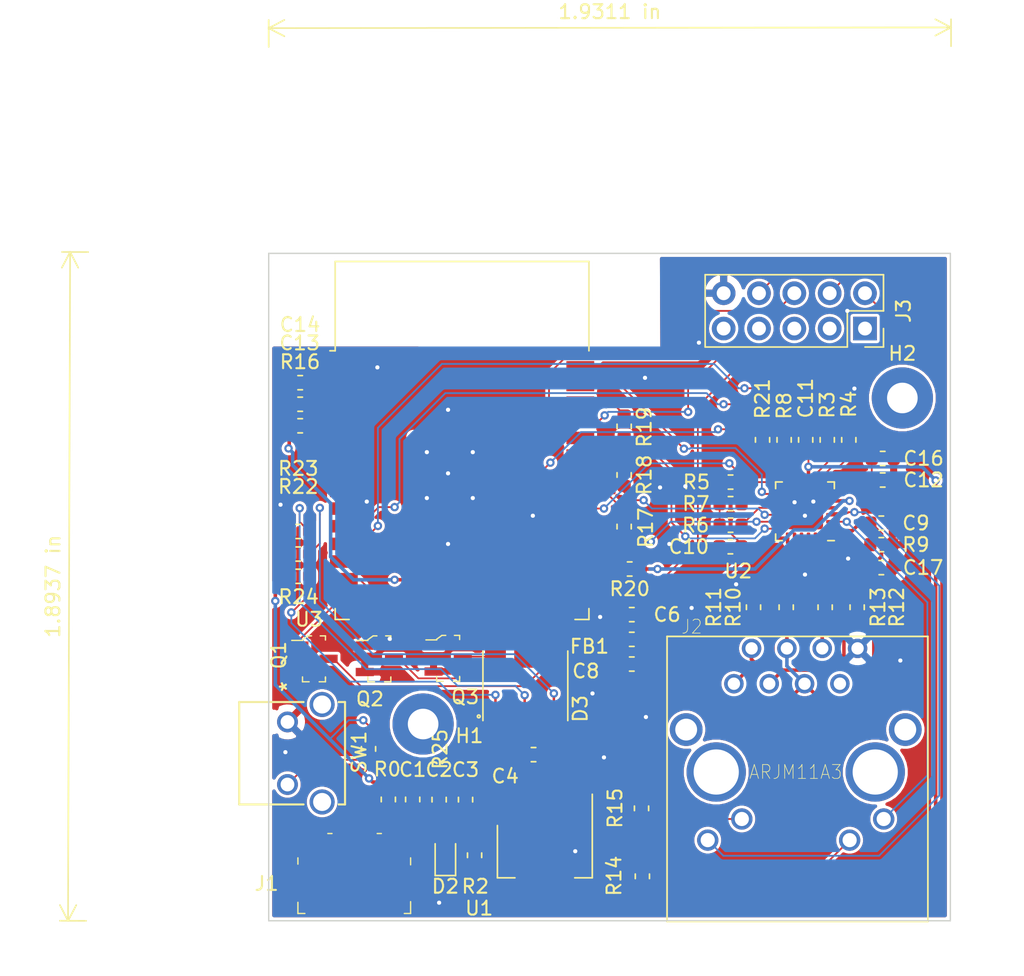
<source format=kicad_pcb>
(kicad_pcb (version 20171130) (host pcbnew "(5.1.4)-1")
  (layers (0 F.Cu signal) (31 B.Cu signal) (34 B.Paste user) (35 F.Paste user) (36 B.SilkS user) (37 F.SilkS user) (38 B.Mask user) (39 F.Mask user) (44 Edge.Cuts user))
  (net 0 "")
  (net 1 GND)
  (net 2 VBUS)
  (net 3 +3V3)
  (net 4 AVDD)
  (net 5 VDDCR)
  (net 6 "Net-(D2-Pad2)")
  (net 7 "Net-(J1-Pad1)")
  (net 8 "Net-(J1-Pad4)")
  (net 9 "Net-(J1-Pad2)")
  (net 10 "Net-(J1-Pad3)")
  (net 11 "/Page 1/TD+")
  (net 12 "/Page 1/TD-")
  (net 13 "Net-(J2-Pad7)")
  (net 14 "/Page 1/RD+")
  (net 15 "/Page 1/RD-")
  (net 16 LED1_REGOFF)
  (net 17 LED2_nINTSEL)
  (net 18 "Net-(J2-PadGRNC)")
  (net 19 "Net-(J2-PadYLWA)")
  (net 20 BOOTMODE)
  (net 21 "Net-(J3-Pad7)")
  (net 22 EN)
  (net 23 "Net-(J3-Pad5)")
  (net 24 RX)
  (net 25 "Net-(J3-Pad3)")
  (net 26 TX)
  (net 27 RXD0)
  (net 28 RXD1)
  (net 29 MDIO)
  (net 30 TXD0)
  (net 31 TXEN)
  (net 32 TXD1)
  (net 33 MDC)
  (net 34 "Net-(U2-Pad4)")
  (net 35 "Net-(U3-Pad32)")
  (net 36 "Net-(U3-Pad29)")
  (net 37 "Net-(U3-Pad27)")
  (net 38 "Net-(U3-Pad26)")
  (net 39 "Net-(U3-Pad22)")
  (net 40 "Net-(U3-Pad21)")
  (net 41 "Net-(U3-Pad20)")
  (net 42 "Net-(U3-Pad19)")
  (net 43 "Net-(U3-Pad18)")
  (net 44 "Net-(U3-Pad17)")
  (net 45 "Net-(U3-Pad5)")
  (net 46 "Net-(U3-Pad4)")
  (net 47 "/Page 1/nRST")
  (net 48 "/Page 1/nINT")
  (net 49 "/Page 1/PHYAD0")
  (net 50 "/Page 1/RBIAS")
  (net 51 "Net-(J3-Pad1)")
  (net 52 "Net-(J3-Pad9)")
  (net 53 CRS_DV_r)
  (net 54 "/Page 1/CRS_DV")
  (net 55 CLK50MHZ)
  (net 56 "/Page 1/RX0_R")
  (net 57 "/Page 1/RX1_R")
  (net 58 "/Page 2/TXD0_R")
  (net 59 "/Page 2/TXEN_R")
  (net 60 "/Page 2/TXD1_R")
  (net 61 "Net-(U3-Pad23)")
  (net 62 "Net-(U3-Pad9)")
  (net 63 "Net-(U3-Pad8)")
  (net 64 "Net-(U3-Pad7)")
  (net 65 "Net-(U3-Pad6)")
  (net 66 "Net-(R20-Pad1)")
  (net 67 "Net-(D3-Pad6)")
  (net 68 "Net-(D3-Pad5)")
  (net 69 "Net-(D3-Pad4)")
  (net 70 "Net-(D3-Pad3)")
  (net 71 "Net-(D3-Pad2)")
  (net 72 "Net-(D3-Pad1)")
  (net 73 Blue)
  (net 74 Green)
  (net 75 Block)
  (net 76 "Net-(SW1-Pad4)")
  (net 77 "Net-(SW1-Pad3)")
  (net 78 Red)
  (module MountingHole:MountingHole_2.2mm_M2_Pad (layer F.Cu) (at 184.55 78.4)
    (fp_text reference H2 (at 0 -3.2) (layer F.SilkS))
    (fp_text value MountingHole)
    (pad 1 thru_hole circle (at 0 0) (size 4.4 4.4) (drill 2.2) (layers *.Cu *.Mask))
  )
  (module MountingHole:MountingHole_2.2mm_M2_Pad (layer F.Cu) (at 150.1 101.85)
    (fp_text reference H1 (at 3.325 0.85) (layer F.SilkS))
    (fp_text value MountingHole)
    (pad 1 thru_hole circle (at 0 0) (size 4.4 4.4) (drill 2.2) (layers *.Cu *.Mask))
  )
  (module 1-1825027-1:1-1825027-1 (layer F.Cu) (at 140.35 101.7 270)
    (fp_text reference SW1 (at 2.175 -5.15 90) (layer F.SilkS))
    (fp_text value 1-1825027-1 hide)
    (fp_text user * (at -2.54 0 90) (layer F.SilkS))
    (fp_text user * (at -2.54 0 90) (layer F.SilkS))
    (pad 4 thru_hole circle (at 5.755001 -2.490299 270) (size 1.8034 1.8034) (drill 1.2954) (layers *.Cu *.Mask) (net 76 "Net-(SW1-Pad4)"))
    (pad 3 thru_hole circle (at -1.255 -2.490299 270) (size 1.8034 1.8034) (drill 1.2954) (layers *.Cu *.Mask) (net 77 "Net-(SW1-Pad3)"))
    (pad 2 thru_hole circle (at 4.500001 0 270) (size 1.4986 1.4986) (drill 0.9906) (layers *.Cu *.Mask) (net 75 Block))
    (pad 1 thru_hole circle (at 0 0 270) (size 1.4986 1.4986) (drill 0.9906) (layers *.Cu *.Mask) (net 1 GND))
  )
  (module Resistor_SMD:R_0603_1608Metric (layer F.Cu) (at 146.175 103.6375 270)
    (fp_text reference R25 (at 0.025 -5.15 90) (layer F.SilkS))
    (fp_text value 10K)
    (pad 2 smd roundrect (at 0.7875 0 270) (size 0.875 0.95) (layers F.Cu F.Paste F.Mask) (net 75 Block))
    (pad 1 smd roundrect (at -0.7875 0 270) (size 0.875 0.95) (layers F.Cu F.Paste F.Mask) (net 2 VBUS))
  )
  (module Resistor_SMD:R_0603_1608Metric (layer F.Cu) (at 141.125 91.225)
    (fp_text reference R24 (at 0.025 1.475) (layer F.SilkS))
    (fp_text value R)
    (pad 2 smd roundrect (at 0.7875 0) (size 0.875 0.95) (layers F.Cu F.Paste F.Mask) (net 72 "Net-(D3-Pad1)"))
    (pad 1 smd roundrect (at -0.7875 0) (size 0.875 0.95) (layers F.Cu F.Paste F.Mask) (net 2 VBUS))
  )
  (module Resistor_SMD:R_0603_1608Metric (layer F.Cu) (at 141.125 88)
    (fp_text reference R23 (at 0 -4.525) (layer F.SilkS))
    (fp_text value R)
    (pad 2 smd roundrect (at 0.7875 0) (size 0.875 0.95) (layers F.Cu F.Paste F.Mask) (net 71 "Net-(D3-Pad2)"))
    (pad 1 smd roundrect (at -0.7875 0) (size 0.875 0.95) (layers F.Cu F.Paste F.Mask) (net 2 VBUS))
  )
  (module Resistor_SMD:R_0603_1608Metric (layer F.Cu) (at 141.125 89.625)
    (fp_text reference R22 (at 0 -4.85) (layer F.SilkS))
    (fp_text value R)
    (pad 2 smd roundrect (at 0.7875 0) (size 0.875 0.95) (layers F.Cu F.Paste F.Mask) (net 70 "Net-(D3-Pad3)"))
    (pad 1 smd roundrect (at -0.7875 0) (size 0.875 0.95) (layers F.Cu F.Paste F.Mask) (net 2 VBUS))
  )
  (module digikey-footprints:SOT-23-3 (layer F.Cu) (at 151.9 97.125)
    (fp_text reference Q3 (at 1.225 2.775) (layer F.SilkS))
    (fp_text value Q_NMOS_GSD)
    (pad 1 smd rect (at -1.05 -0.95) (size 1.3 0.6) (layers F.Cu F.Paste F.Mask) (net 78 Red))
    (pad 2 smd rect (at -1.05 0.95) (size 1.3 0.6) (layers F.Cu F.Paste F.Mask) (net 1 GND))
    (pad 3 smd rect (at 1.05 0) (size 1.3 0.6) (layers F.Cu F.Paste F.Mask) (net 69 "Net-(D3-Pad4)"))
  )
  (module digikey-footprints:SOT-23-3 (layer F.Cu) (at 146.955001 97.16)
    (fp_text reference Q2 (at -0.680001 2.89) (layer F.SilkS))
    (fp_text value Q_NMOS_GSD)
    (pad 1 smd rect (at -1.05 -0.95) (size 1.3 0.6) (layers F.Cu F.Paste F.Mask) (net 74 Green))
    (pad 2 smd rect (at -1.05 0.95) (size 1.3 0.6) (layers F.Cu F.Paste F.Mask) (net 1 GND))
    (pad 3 smd rect (at 1.05 0) (size 1.3 0.6) (layers F.Cu F.Paste F.Mask) (net 68 "Net-(D3-Pad5)"))
  )
  (module digikey-footprints:SOT-23-3 (layer F.Cu) (at 142.255001 97.16)
    (fp_text reference Q1 (at -2.530001 -0.26 90) (layer F.SilkS))
    (fp_text value Q_NMOS_GSD)
    (pad 3 smd rect (at 1.05 0) (size 1.3 0.6) (layers F.Cu F.Paste F.Mask) (net 67 "Net-(D3-Pad6)"))
    (pad 2 smd rect (at -1.05 0.95) (size 1.3 0.6) (layers F.Cu F.Paste F.Mask) (net 1 GND))
    (pad 1 smd rect (at -1.05 -0.95) (size 1.3 0.6) (layers F.Cu F.Paste F.Mask) (net 73 Blue))
  )
  (module "My Footprints:CLP6C-FKB" (layer F.Cu) (at 155.3 101.2 90)
    (fp_text reference D3 (at 0.45 6.1 90) (layer F.SilkS))
    (fp_text value CLP6C-FKB)
    (pad 6 smd rect (at 4.2 4.2 90) (size 1.6 1.5) (layers F.Cu F.Paste F.Mask) (net 67 "Net-(D3-Pad6)"))
    (pad 5 smd rect (at 4.2 2.1 90) (size 1.6 1.5) (layers F.Cu F.Paste F.Mask) (net 68 "Net-(D3-Pad5)"))
    (pad 4 smd rect (at 4.2 0 90) (size 1.6 1.5) (layers F.Cu F.Paste F.Mask) (net 69 "Net-(D3-Pad4)"))
    (pad 3 smd rect (at 0 4.2 90) (size 1.6 1.5) (layers F.Cu F.Paste F.Mask) (net 70 "Net-(D3-Pad3)"))
    (pad 2 smd rect (at 0 2.1 90) (size 1.6 1.5) (layers F.Cu F.Paste F.Mask) (net 71 "Net-(D3-Pad2)"))
    (pad 1 smd rect (at 0 0 90) (size 1.6 1.5) (layers F.Cu F.Paste F.Mask) (net 72 "Net-(D3-Pad1)"))
  )
  (module Resistor_SMD:R_0603_1608Metric (layer F.Cu) (at 164.95 90.7 180)
    (fp_text reference R20 (at 0 -1.43) (layer F.SilkS))
    (fp_text value 100)
    (pad 2 smd roundrect (at 0.7875 0 180) (size 0.875 0.95) (layers F.Cu F.Paste F.Mask) (net 55 CLK50MHZ))
    (pad 1 smd roundrect (at -0.7875 0 180) (size 0.875 0.95) (layers F.Cu F.Paste F.Mask) (net 66 "Net-(R20-Pad1)"))
  )
  (module Package_DFN_QFN:QFN-24-1EP_4x4mm_P0.5mm_EP2.6x2.6mm (layer F.Cu) (at 177.55 86.55 180)
    (fp_text reference U2 (at 4.8 -4.3) (layer F.SilkS))
    (fp_text value LAN8720A)
    (pad 24 smd roundrect (at -1.25 -1.9375 180) (size 0.25 0.825) (layers F.Cu F.Paste F.Mask) (net 50 "/Page 1/RBIAS"))
    (pad 23 smd roundrect (at -0.75 -1.9375 180) (size 0.25 0.825) (layers F.Cu F.Paste F.Mask) (net 14 "/Page 1/RD+"))
    (pad 22 smd roundrect (at -0.25 -1.9375 180) (size 0.25 0.825) (layers F.Cu F.Paste F.Mask) (net 15 "/Page 1/RD-"))
    (pad 21 smd roundrect (at 0.25 -1.9375 180) (size 0.25 0.825) (layers F.Cu F.Paste F.Mask) (net 11 "/Page 1/TD+"))
    (pad 20 smd roundrect (at 0.75 -1.9375 180) (size 0.25 0.825) (layers F.Cu F.Paste F.Mask) (net 12 "/Page 1/TD-"))
    (pad 19 smd roundrect (at 1.25 -1.9375 180) (size 0.25 0.825) (layers F.Cu F.Paste F.Mask) (net 4 AVDD))
    (pad 18 smd roundrect (at 1.9375 -1.25 180) (size 0.825 0.25) (layers F.Cu F.Paste F.Mask) (net 32 TXD1))
    (pad 17 smd roundrect (at 1.9375 -0.75 180) (size 0.825 0.25) (layers F.Cu F.Paste F.Mask) (net 30 TXD0))
    (pad 16 smd roundrect (at 1.9375 -0.25 180) (size 0.825 0.25) (layers F.Cu F.Paste F.Mask) (net 31 TXEN))
    (pad 15 smd roundrect (at 1.9375 0.25 180) (size 0.825 0.25) (layers F.Cu F.Paste F.Mask) (net 47 "/Page 1/nRST"))
    (pad 14 smd roundrect (at 1.9375 0.75 180) (size 0.825 0.25) (layers F.Cu F.Paste F.Mask) (net 48 "/Page 1/nINT"))
    (pad 13 smd roundrect (at 1.9375 1.25 180) (size 0.825 0.25) (layers F.Cu F.Paste F.Mask) (net 33 MDC))
    (pad 12 smd roundrect (at 1.25 1.9375 180) (size 0.25 0.825) (layers F.Cu F.Paste F.Mask) (net 29 MDIO))
    (pad 11 smd roundrect (at 0.75 1.9375 180) (size 0.25 0.825) (layers F.Cu F.Paste F.Mask) (net 54 "/Page 1/CRS_DV"))
    (pad 10 smd roundrect (at 0.25 1.9375 180) (size 0.25 0.825) (layers F.Cu F.Paste F.Mask) (net 49 "/Page 1/PHYAD0"))
    (pad 9 smd roundrect (at -0.25 1.9375 180) (size 0.25 0.825) (layers F.Cu F.Paste F.Mask) (net 3 +3V3))
    (pad 8 smd roundrect (at -0.75 1.9375 180) (size 0.25 0.825) (layers F.Cu F.Paste F.Mask) (net 56 "/Page 1/RX0_R"))
    (pad 7 smd roundrect (at -1.25 1.9375 180) (size 0.25 0.825) (layers F.Cu F.Paste F.Mask) (net 57 "/Page 1/RX1_R"))
    (pad 6 smd roundrect (at -1.9375 1.25 180) (size 0.825 0.25) (layers F.Cu F.Paste F.Mask) (net 5 VDDCR))
    (pad 5 smd roundrect (at -1.9375 0.75 180) (size 0.825 0.25) (layers F.Cu F.Paste F.Mask) (net 66 "Net-(R20-Pad1)"))
    (pad 4 smd roundrect (at -1.9375 0.25 180) (size 0.825 0.25) (layers F.Cu F.Paste F.Mask) (net 34 "Net-(U2-Pad4)"))
    (pad 3 smd roundrect (at -1.9375 -0.25 180) (size 0.825 0.25) (layers F.Cu F.Paste F.Mask) (net 16 LED1_REGOFF))
    (pad 2 smd roundrect (at -1.9375 -0.75 180) (size 0.825 0.25) (layers F.Cu F.Paste F.Mask) (net 17 LED2_nINTSEL))
    (pad 1 smd roundrect (at -1.9375 -1.25 180) (size 0.825 0.25) (layers F.Cu F.Paste F.Mask) (net 4 AVDD))
    (pad 25 smd roundrect (at 0 0 180) (size 2.6 2.6) (layers F.Cu F.Mask) (roundrect_rratio 0.096154) (net 1 GND))
  )
  (module RF_Module:ESP32-WROOM-32 (layer F.Cu) (at 152.9 84.45)
    (fp_text reference U3 (at -11 9.875 180) (layer F.SilkS))
    (fp_text value ESP32-WROOM-32D)
    (pad 38 smd rect (at 8.5 -8.255) (size 2 0.9) (layers F.Cu F.Paste F.Mask) (net 1 GND))
    (pad 37 smd rect (at 8.5 -6.985) (size 2 0.9) (layers F.Cu F.Paste F.Mask) (net 33 MDC))
    (pad 36 smd rect (at 8.5 -5.715) (size 2 0.9) (layers F.Cu F.Paste F.Mask) (net 60 "/Page 2/TXD1_R"))
    (pad 35 smd rect (at 8.5 -4.445) (size 2 0.9) (layers F.Cu F.Paste F.Mask) (net 24 RX))
    (pad 34 smd rect (at 8.5 -3.175) (size 2 0.9) (layers F.Cu F.Paste F.Mask) (net 26 TX))
    (pad 33 smd rect (at 8.5 -1.905) (size 2 0.9) (layers F.Cu F.Paste F.Mask) (net 59 "/Page 2/TXEN_R"))
    (pad 32 smd rect (at 8.5 -0.635) (size 2 0.9) (layers F.Cu F.Paste F.Mask) (net 35 "Net-(U3-Pad32)"))
    (pad 31 smd rect (at 8.5 0.635) (size 2 0.9) (layers F.Cu F.Paste F.Mask) (net 58 "/Page 2/TXD0_R"))
    (pad 30 smd rect (at 8.5 1.905) (size 2 0.9) (layers F.Cu F.Paste F.Mask) (net 29 MDIO))
    (pad 29 smd rect (at 8.5 3.175) (size 2 0.9) (layers F.Cu F.Paste F.Mask) (net 36 "Net-(U3-Pad29)"))
    (pad 28 smd rect (at 8.5 4.445) (size 2 0.9) (layers F.Cu F.Paste F.Mask) (net 55 CLK50MHZ))
    (pad 27 smd rect (at 8.5 5.715) (size 2 0.9) (layers F.Cu F.Paste F.Mask) (net 37 "Net-(U3-Pad27)"))
    (pad 26 smd rect (at 8.5 6.985) (size 2 0.9) (layers F.Cu F.Paste F.Mask) (net 38 "Net-(U3-Pad26)"))
    (pad 25 smd rect (at 8.5 8.255) (size 2 0.9) (layers F.Cu F.Paste F.Mask) (net 20 BOOTMODE))
    (pad 24 smd rect (at 5.715 9.255 90) (size 2 0.9) (layers F.Cu F.Paste F.Mask) (net 75 Block))
    (pad 23 smd rect (at 4.445 9.255 90) (size 2 0.9) (layers F.Cu F.Paste F.Mask) (net 61 "Net-(U3-Pad23)"))
    (pad 22 smd rect (at 3.175 9.255 90) (size 2 0.9) (layers F.Cu F.Paste F.Mask) (net 39 "Net-(U3-Pad22)"))
    (pad 21 smd rect (at 1.905 9.255 90) (size 2 0.9) (layers F.Cu F.Paste F.Mask) (net 40 "Net-(U3-Pad21)"))
    (pad 20 smd rect (at 0.635 9.255 90) (size 2 0.9) (layers F.Cu F.Paste F.Mask) (net 41 "Net-(U3-Pad20)"))
    (pad 19 smd rect (at -0.635 9.255 90) (size 2 0.9) (layers F.Cu F.Paste F.Mask) (net 42 "Net-(U3-Pad19)"))
    (pad 18 smd rect (at -1.905 9.255 90) (size 2 0.9) (layers F.Cu F.Paste F.Mask) (net 43 "Net-(U3-Pad18)"))
    (pad 17 smd rect (at -3.175 9.255 90) (size 2 0.9) (layers F.Cu F.Paste F.Mask) (net 44 "Net-(U3-Pad17)"))
    (pad 16 smd rect (at -4.445 9.255 90) (size 2 0.9) (layers F.Cu F.Paste F.Mask) (net 78 Red))
    (pad 15 smd rect (at -5.715 9.255 90) (size 2 0.9) (layers F.Cu F.Paste F.Mask) (net 1 GND))
    (pad 14 smd rect (at -8.5 8.255) (size 2 0.9) (layers F.Cu F.Paste F.Mask) (net 73 Blue))
    (pad 13 smd rect (at -8.5 6.985) (size 2 0.9) (layers F.Cu F.Paste F.Mask) (net 74 Green))
    (pad 12 smd rect (at -8.5 5.715) (size 2 0.9) (layers F.Cu F.Paste F.Mask) (net 53 CRS_DV_r))
    (pad 11 smd rect (at -8.5 4.445) (size 2 0.9) (layers F.Cu F.Paste F.Mask) (net 28 RXD1))
    (pad 10 smd rect (at -8.5 3.175) (size 2 0.9) (layers F.Cu F.Paste F.Mask) (net 27 RXD0))
    (pad 9 smd rect (at -8.5 1.905) (size 2 0.9) (layers F.Cu F.Paste F.Mask) (net 62 "Net-(U3-Pad9)"))
    (pad 8 smd rect (at -8.5 0.635) (size 2 0.9) (layers F.Cu F.Paste F.Mask) (net 63 "Net-(U3-Pad8)"))
    (pad 7 smd rect (at -8.5 -0.635) (size 2 0.9) (layers F.Cu F.Paste F.Mask) (net 64 "Net-(U3-Pad7)"))
    (pad 6 smd rect (at -8.5 -1.905) (size 2 0.9) (layers F.Cu F.Paste F.Mask) (net 65 "Net-(U3-Pad6)"))
    (pad 5 smd rect (at -8.5 -3.175) (size 2 0.9) (layers F.Cu F.Paste F.Mask) (net 45 "Net-(U3-Pad5)"))
    (pad 4 smd rect (at -8.5 -4.445) (size 2 0.9) (layers F.Cu F.Paste F.Mask) (net 46 "Net-(U3-Pad4)"))
    (pad 3 smd rect (at -8.5 -5.715) (size 2 0.9) (layers F.Cu F.Paste F.Mask) (net 22 EN))
    (pad 2 smd rect (at -8.5 -6.985) (size 2 0.9) (layers F.Cu F.Paste F.Mask) (net 3 +3V3))
    (pad 1 smd rect (at -8.5 -8.255) (size 2 0.9) (layers F.Cu F.Paste F.Mask) (net 1 GND))
    (pad 39 smd rect (at -1 -0.755) (size 5 5) (layers F.Cu F.Paste F.Mask) (net 1 GND))
  )
  (module Resistor_SMD:R_0603_1608Metric (layer F.Cu) (at 174.5 81.4125 90)
    (fp_text reference R21 (at 2.95 0 90) (layer F.SilkS))
    (fp_text value 100)
    (pad 2 smd roundrect (at 0.7875 0 90) (size 0.875 0.95) (layers F.Cu F.Paste F.Mask) (net 53 CRS_DV_r))
    (pad 1 smd roundrect (at -0.7875 0 90) (size 0.875 0.95) (layers F.Cu F.Paste F.Mask) (net 54 "/Page 1/CRS_DV"))
  )
  (module Capacitor_SMD:C_0603_1608Metric (layer F.Cu) (at 183.0375 90.6)
    (fp_text reference C17 (at 3 0) (layer F.SilkS))
    (fp_text value 1uF)
    (pad 2 smd roundrect (at 0.7875 0) (size 0.875 0.95) (layers F.Cu F.Paste F.Mask) (net 1 GND))
    (pad 1 smd roundrect (at -0.7875 0) (size 0.875 0.95) (layers F.Cu F.Paste F.Mask) (net 4 AVDD))
  )
  (module Capacitor_SMD:C_0603_1608Metric (layer F.Cu) (at 183.1375 82.75)
    (fp_text reference C16 (at 2.9375 0) (layer F.SilkS))
    (fp_text value 1uF)
    (pad 2 smd roundrect (at 0.7875 0) (size 0.875 0.95) (layers F.Cu F.Paste F.Mask) (net 1 GND))
    (pad 1 smd roundrect (at -0.7875 0) (size 0.875 0.95) (layers F.Cu F.Paste F.Mask) (net 5 VDDCR))
  )
  (module "My Footprints:ARJM11A3-009-AB-ER2-T" (layer F.Cu) (at 176.885 105.3)
    (fp_text reference J2 (at -7.467 -10.45) (layer F.SilkS) (effects (font (size 1 0.9) (thickness 0.05))))
    (fp_text value ARJM11A3 (at 0 0) (layer F.SilkS) (effects (font (size 1 0.9) (thickness 0.05))))
    (pad P$1 thru_hole circle (at -5.715 0) (size 4.266 4.266) (drill 3.25) (layers *.Cu *.Mask))
    (pad P$2 thru_hole circle (at 5.715 0) (size 4.266 4.266) (drill 3.25) (layers *.Cu *.Mask))
    (pad P$3 thru_hole circle (at -7.875 -3.05) (size 2.355 2.355) (drill 1.57) (layers *.Cu *.Mask))
    (pad P$4 thru_hole circle (at 7.875 -3.05) (size 2.355 2.355) (drill 1.57) (layers *.Cu *.Mask))
    (pad 1 thru_hole circle (at -4.445 -6.35) (size 1.398 1.398) (drill 0.89) (layers *.Cu *.Mask) (net 11 "/Page 1/TD+"))
    (pad 8 thru_hole circle (at 4.445 -8.89) (size 1.398 1.398) (drill 0.89) (layers *.Cu *.Mask) (net 1 GND))
    (pad 2 thru_hole circle (at -3.175 -8.89) (size 1.398 1.398) (drill 0.89) (layers *.Cu *.Mask) (net 12 "/Page 1/TD-"))
    (pad 7 thru_hole circle (at 3.175 -6.35) (size 1.398 1.398) (drill 0.89) (layers *.Cu *.Mask) (net 13 "Net-(J2-Pad7)"))
    (pad 3 thru_hole circle (at -1.905 -6.35) (size 1.398 1.398) (drill 0.89) (layers *.Cu *.Mask) (net 14 "/Page 1/RD+"))
    (pad 6 thru_hole circle (at 1.905 -8.89) (size 1.398 1.398) (drill 0.89) (layers *.Cu *.Mask) (net 15 "/Page 1/RD-"))
    (pad 4 thru_hole circle (at -0.635 -8.89) (size 1.398 1.398) (drill 0.89) (layers *.Cu *.Mask) (net 4 AVDD))
    (pad 5 thru_hole circle (at 0.635 -6.35) (size 1.398 1.398) (drill 0.89) (layers *.Cu *.Mask) (net 4 AVDD))
    (pad GRNA thru_hole circle (at -6.325 4.9) (size 1.53 1.53) (drill 1.02) (layers *.Cu *.Mask) (net 16 LED1_REGOFF))
    (pad YLWC thru_hole circle (at 6.325 3.38) (size 1.53 1.53) (drill 1.02) (layers *.Cu *.Mask) (net 17 LED2_nINTSEL))
    (pad GRNC thru_hole circle (at -3.875 3.38) (size 1.53 1.53) (drill 1.02) (layers *.Cu *.Mask) (net 18 "Net-(J2-PadGRNC)"))
    (pad YLWA thru_hole circle (at 3.875 4.9) (size 1.53 1.53) (drill 1.02) (layers *.Cu *.Mask) (net 19 "Net-(J2-PadYLWA)"))
  )
  (module Resistor_SMD:R_0603_1608Metric (layer F.Cu) (at 164.55 80.45 270)
    (fp_text reference R19 (at 0.05 -1.45 90) (layer F.SilkS))
    (fp_text value 100)
    (pad 2 smd roundrect (at 0.7875 0 270) (size 0.875 0.95) (layers F.Cu F.Paste F.Mask) (net 32 TXD1))
    (pad 1 smd roundrect (at -0.7875 0 270) (size 0.875 0.95) (layers F.Cu F.Paste F.Mask) (net 60 "/Page 2/TXD1_R"))
  )
  (module Resistor_SMD:R_0603_1608Metric (layer F.Cu) (at 164.55 83.9375 270)
    (fp_text reference R18 (at 0 -1.45 90) (layer F.SilkS))
    (fp_text value 100)
    (pad 2 smd roundrect (at 0.7875 0 270) (size 0.875 0.95) (layers F.Cu F.Paste F.Mask) (net 31 TXEN))
    (pad 1 smd roundrect (at -0.7875 0 270) (size 0.875 0.95) (layers F.Cu F.Paste F.Mask) (net 59 "/Page 2/TXEN_R"))
  )
  (module Resistor_SMD:R_0603_1608Metric (layer F.Cu) (at 164.55 87.65 270)
    (fp_text reference R17 (at 0.0875 -1.55 90) (layer F.SilkS))
    (fp_text value 100)
    (pad 2 smd roundrect (at 0.7875 0 270) (size 0.875 0.95) (layers F.Cu F.Paste F.Mask) (net 30 TXD0))
    (pad 1 smd roundrect (at -0.7875 0 270) (size 0.875 0.95) (layers F.Cu F.Paste F.Mask) (net 58 "/Page 2/TXD0_R"))
  )
  (module Resistor_SMD:R_0603_1608Metric (layer F.Cu) (at 141.2625 80.4 180)
    (fp_text reference R16 (at 0.0125 4.6) (layer F.SilkS))
    (fp_text value 10K)
    (pad 1 smd roundrect (at -0.7875 0 180) (size 0.875 0.95) (layers F.Cu F.Paste F.Mask) (net 22 EN))
    (pad 2 smd roundrect (at 0.7875 0 180) (size 0.875 0.95) (layers F.Cu F.Paste F.Mask) (net 3 +3V3))
  )
  (module Resistor_SMD:R_0603_1608Metric (layer F.Cu) (at 165.8 107.9125 90)
    (fp_text reference R15 (at 0.0125 -1.9 90) (layer F.SilkS))
    (fp_text value 270)
    (pad 2 smd roundrect (at 0.7875 0 90) (size 0.875 0.95) (layers F.Cu F.Paste F.Mask) (net 1 GND))
    (pad 1 smd roundrect (at -0.7875 0 90) (size 0.875 0.95) (layers F.Cu F.Paste F.Mask) (net 18 "Net-(J2-PadGRNC)"))
  )
  (module Resistor_SMD:R_0603_1608Metric (layer F.Cu) (at 165.862 112.8015 270)
    (fp_text reference R14 (at -0.0255 2.032 90) (layer F.SilkS))
    (fp_text value 270)
    (pad 2 smd roundrect (at 0.7875 0 270) (size 0.875 0.95) (layers F.Cu F.Paste F.Mask) (net 19 "Net-(J2-PadYLWA)"))
    (pad 1 smd roundrect (at -0.7875 0 270) (size 0.875 0.95) (layers F.Cu F.Paste F.Mask) (net 4 AVDD))
  )
  (module Resistor_SMD:R_0603_1608Metric (layer F.Cu) (at 179 93.45 90)
    (fp_text reference R13 (at 0 3.8 90) (layer F.SilkS))
    (fp_text value 49.9)
    (pad 2 smd roundrect (at 0.7875 0 90) (size 0.875 0.95) (layers F.Cu F.Paste F.Mask) (net 15 "/Page 1/RD-"))
    (pad 1 smd roundrect (at -0.7875 0 90) (size 0.875 0.95) (layers F.Cu F.Paste F.Mask) (net 4 AVDD))
  )
  (module Resistor_SMD:R_0603_1608Metric (layer F.Cu) (at 181.3 93.45 90)
    (fp_text reference R12 (at 0 2.85 90) (layer F.SilkS))
    (fp_text value 49.9)
    (pad 2 smd roundrect (at 0.7875 0 90) (size 0.875 0.95) (layers F.Cu F.Paste F.Mask) (net 14 "/Page 1/RD+"))
    (pad 1 smd roundrect (at -0.7875 0 90) (size 0.875 0.95) (layers F.Cu F.Paste F.Mask) (net 4 AVDD))
  )
  (module Resistor_SMD:R_0603_1608Metric (layer F.Cu) (at 173.85 93.45 90)
    (fp_text reference R11 (at 0 -2.85 90) (layer F.SilkS))
    (fp_text value 49.9)
    (pad 2 smd roundrect (at 0.7875 0 90) (size 0.875 0.95) (layers F.Cu F.Paste F.Mask) (net 12 "/Page 1/TD-"))
    (pad 1 smd roundrect (at -0.7875 0 90) (size 0.875 0.95) (layers F.Cu F.Paste F.Mask) (net 4 AVDD))
  )
  (module Resistor_SMD:R_0603_1608Metric (layer F.Cu) (at 176.2 93.45 90)
    (fp_text reference R10 (at 0 -3.8 90) (layer F.SilkS))
    (fp_text value 49.9)
    (pad 2 smd roundrect (at 0.7875 0 90) (size 0.875 0.95) (layers F.Cu F.Paste F.Mask) (net 11 "/Page 1/TD+"))
    (pad 1 smd roundrect (at -0.7875 0 90) (size 0.875 0.95) (layers F.Cu F.Paste F.Mask) (net 4 AVDD))
  )
  (module Resistor_SMD:R_0603_1608Metric (layer F.Cu) (at 183.0375 88.95)
    (fp_text reference R9 (at 2.4875 0) (layer F.SilkS))
    (fp_text value 12.1K)
    (pad 2 smd roundrect (at 0.7875 0) (size 0.875 0.95) (layers F.Cu F.Paste F.Mask) (net 1 GND))
    (pad 1 smd roundrect (at -0.7875 0) (size 0.875 0.95) (layers F.Cu F.Paste F.Mask) (net 50 "/Page 1/RBIAS"))
  )
  (module Resistor_SMD:R_0603_1608Metric (layer F.Cu) (at 176.05 81.4125 90)
    (fp_text reference R8 (at 2.45 0 90) (layer F.SilkS))
    (fp_text value 10K)
    (pad 2 smd roundrect (at 0.7875 0 90) (size 0.875 0.95) (layers F.Cu F.Paste F.Mask) (net 1 GND))
    (pad 1 smd roundrect (at -0.7875 0 90) (size 0.875 0.95) (layers F.Cu F.Paste F.Mask) (net 49 "/Page 1/PHYAD0"))
  )
  (module Resistor_SMD:R_0603_1608Metric (layer F.Cu) (at 172.2 86)
    (fp_text reference R7 (at -2.4875 0) (layer F.SilkS))
    (fp_text value 10K)
    (pad 2 smd roundrect (at 0.7875 0) (size 0.875 0.95) (layers F.Cu F.Paste F.Mask) (net 48 "/Page 1/nINT"))
    (pad 1 smd roundrect (at -0.7875 0) (size 0.875 0.95) (layers F.Cu F.Paste F.Mask) (net 4 AVDD))
  )
  (module Resistor_SMD:R_0603_1608Metric (layer F.Cu) (at 172.2 87.55)
    (fp_text reference R6 (at -2.5125 0) (layer F.SilkS))
    (fp_text value 10K)
    (pad 2 smd roundrect (at 0.7875 0) (size 0.875 0.95) (layers F.Cu F.Paste F.Mask) (net 47 "/Page 1/nRST"))
    (pad 1 smd roundrect (at -0.7875 0) (size 0.875 0.95) (layers F.Cu F.Paste F.Mask) (net 4 AVDD))
  )
  (module Resistor_SMD:R_0603_1608Metric (layer F.Cu) (at 172.2 84.45)
    (fp_text reference R5 (at -2.45 0) (layer F.SilkS))
    (fp_text value 10K)
    (pad 2 smd roundrect (at 0.7875 0) (size 0.875 0.95) (layers F.Cu F.Paste F.Mask) (net 29 MDIO))
    (pad 1 smd roundrect (at -0.7875 0) (size 0.875 0.95) (layers F.Cu F.Paste F.Mask) (net 4 AVDD))
  )
  (module Resistor_SMD:R_0603_1608Metric (layer F.Cu) (at 180.7 81.4125 90)
    (fp_text reference R4 (at 2.5625 0 90) (layer F.SilkS))
    (fp_text value 100)
    (pad 2 smd roundrect (at 0.7875 0 90) (size 0.875 0.95) (layers F.Cu F.Paste F.Mask) (net 28 RXD1))
    (pad 1 smd roundrect (at -0.7875 0 90) (size 0.875 0.95) (layers F.Cu F.Paste F.Mask) (net 57 "/Page 1/RX1_R"))
  )
  (module Resistor_SMD:R_0603_1608Metric (layer F.Cu) (at 179.15 81.4125 90)
    (fp_text reference R3 (at 2.5125 0 90) (layer F.SilkS))
    (fp_text value 100)
    (pad 2 smd roundrect (at 0.7875 0 90) (size 0.875 0.95) (layers F.Cu F.Paste F.Mask) (net 27 RXD0))
    (pad 1 smd roundrect (at -0.7875 0 90) (size 0.875 0.95) (layers F.Cu F.Paste F.Mask) (net 56 "/Page 1/RX0_R"))
  )
  (module Capacitor_SMD:C_0603_1608Metric (layer F.Cu) (at 141.2625 77.3)
    (fp_text reference C14 (at -0.0125 -4.175) (layer F.SilkS))
    (fp_text value 1uF)
    (pad 2 smd roundrect (at 0.7875 0) (size 0.875 0.95) (layers F.Cu F.Paste F.Mask) (net 3 +3V3))
    (pad 1 smd roundrect (at -0.7875 0) (size 0.875 0.95) (layers F.Cu F.Paste F.Mask) (net 1 GND))
  )
  (module Capacitor_SMD:C_0603_1608Metric (layer F.Cu) (at 141.2625 78.85)
    (fp_text reference C13 (at -0.0375 -4.4) (layer F.SilkS))
    (fp_text value 10uF)
    (pad 2 smd roundrect (at 0.7875 0) (size 0.875 0.95) (layers F.Cu F.Paste F.Mask) (net 3 +3V3))
    (pad 1 smd roundrect (at -0.7875 0) (size 0.875 0.95) (layers F.Cu F.Paste F.Mask) (net 1 GND))
  )
  (module Capacitor_SMD:C_0603_1608Metric (layer F.Cu) (at 183.1375 84.3)
    (fp_text reference C12 (at 2.9375 0) (layer F.SilkS))
    (fp_text value 0.1uF)
    (pad 2 smd roundrect (at 0.7875 0) (size 0.875 0.95) (layers F.Cu F.Paste F.Mask) (net 1 GND))
    (pad 1 smd roundrect (at -0.7875 0) (size 0.875 0.95) (layers F.Cu F.Paste F.Mask) (net 5 VDDCR))
  )
  (module Capacitor_SMD:C_0603_1608Metric (layer F.Cu) (at 177.6 81.4125 90)
    (fp_text reference C11 (at 3 0 90) (layer F.SilkS))
    (fp_text value 0.1uF)
    (pad 2 smd roundrect (at 0.7875 0 90) (size 0.875 0.95) (layers F.Cu F.Paste F.Mask) (net 1 GND))
    (pad 1 smd roundrect (at -0.7875 0 90) (size 0.875 0.95) (layers F.Cu F.Paste F.Mask) (net 3 +3V3))
  )
  (module Capacitor_SMD:C_0603_1608Metric (layer F.Cu) (at 172.1875 89.1 180)
    (fp_text reference C10 (at 2.9875 0) (layer F.SilkS))
    (fp_text value 0.1uF)
    (pad 2 smd roundrect (at 0.7875 0 180) (size 0.875 0.95) (layers F.Cu F.Paste F.Mask) (net 1 GND))
    (pad 1 smd roundrect (at -0.7875 0 180) (size 0.875 0.95) (layers F.Cu F.Paste F.Mask) (net 4 AVDD))
  )
  (module Capacitor_SMD:C_0603_1608Metric (layer F.Cu) (at 183.0375 87.4)
    (fp_text reference C9 (at 2.4875 0) (layer F.SilkS))
    (fp_text value 0.1uF)
    (pad 2 smd roundrect (at 0.7875 0) (size 0.875 0.95) (layers F.Cu F.Paste F.Mask) (net 1 GND))
    (pad 1 smd roundrect (at -0.7875 0) (size 0.875 0.95) (layers F.Cu F.Paste F.Mask) (net 4 AVDD))
  )
  (module Capacitor_SMD:C_0603_1608Metric (layer F.Cu) (at 165.1 97.536 180)
    (fp_text reference C8 (at 3.302 -0.508) (layer F.SilkS))
    (fp_text value 0.1uF)
    (pad 2 smd roundrect (at 0.7875 0 180) (size 0.875 0.95) (layers F.Cu F.Paste F.Mask) (net 1 GND))
    (pad 1 smd roundrect (at -0.7875 0 180) (size 0.875 0.95) (layers F.Cu F.Paste F.Mask) (net 4 AVDD))
  )
  (module Package_TO_SOT_SMD:SOT-223 (layer F.Cu) (at 158.85 111 270)
    (fp_text reference U1 (at 4.1 4.725 180) (layer F.SilkS))
    (fp_text value AZ1117-3.3)
    (pad 1 smd rect (at -3.15 -2.3 270) (size 2 1.5) (layers F.Cu F.Paste F.Mask) (net 1 GND))
    (pad 3 smd rect (at -3.15 2.3 270) (size 2 1.5) (layers F.Cu F.Paste F.Mask) (net 2 VBUS))
    (pad 2 smd rect (at -3.15 0 270) (size 2 1.5) (layers F.Cu F.Paste F.Mask) (net 3 +3V3))
    (pad 4 smd rect (at 3.15 0 270) (size 2 3.8) (layers F.Cu F.Paste F.Mask))
  )
  (module Resistor_SMD:R_0603_1608Metric (layer F.Cu) (at 153.8 111.2875 270)
    (fp_text reference R2 (at 2.2375 -0.05 180) (layer F.SilkS))
    (fp_text value 470)
    (pad 2 smd roundrect (at 0.7875 0 270) (size 0.875 0.95) (layers F.Cu F.Paste F.Mask) (net 6 "Net-(D2-Pad2)"))
    (pad 1 smd roundrect (at -0.7875 0 270) (size 0.875 0.95) (layers F.Cu F.Paste F.Mask) (net 3 +3V3))
  )
  (module Resistor_SMD:R_0603_1608Metric (layer F.Cu) (at 147.6 107.275 90)
    (fp_text reference R0 (at 2.175 -0.075 180) (layer F.SilkS))
    (fp_text value 0)
    (pad 2 smd roundrect (at 0.7875 0 90) (size 0.875 0.95) (layers F.Cu F.Paste F.Mask) (net 2 VBUS))
    (pad 1 smd roundrect (at -0.7875 0 90) (size 0.875 0.95) (layers F.Cu F.Paste F.Mask) (net 7 "Net-(J1-Pad1)"))
  )
  (module Connector_PinSocket_2.54mm:PinSocket_2x05_P2.54mm_Vertical (layer F.Cu) (at 181.864 73.406 270)
    (fp_text reference J3 (at -1.27 -2.77 90) (layer F.SilkS))
    (fp_text value Conn_02x05_Odd_Even)
    (pad 10 thru_hole oval (at -2.54 10.16 270) (size 1.7 1.7) (drill 1) (layers *.Cu *.Mask) (net 1 GND))
    (pad 9 thru_hole oval (at 0 10.16 270) (size 1.7 1.7) (drill 1) (layers *.Cu *.Mask) (net 52 "Net-(J3-Pad9)"))
    (pad 8 thru_hole oval (at -2.54 7.62 270) (size 1.7 1.7) (drill 1) (layers *.Cu *.Mask) (net 20 BOOTMODE))
    (pad 7 thru_hole oval (at 0 7.62 270) (size 1.7 1.7) (drill 1) (layers *.Cu *.Mask) (net 21 "Net-(J3-Pad7)"))
    (pad 6 thru_hole oval (at -2.54 5.08 270) (size 1.7 1.7) (drill 1) (layers *.Cu *.Mask) (net 22 EN))
    (pad 5 thru_hole oval (at 0 5.08 270) (size 1.7 1.7) (drill 1) (layers *.Cu *.Mask) (net 23 "Net-(J3-Pad5)"))
    (pad 4 thru_hole oval (at -2.54 2.54 270) (size 1.7 1.7) (drill 1) (layers *.Cu *.Mask) (net 24 RX))
    (pad 3 thru_hole oval (at 0 2.54 270) (size 1.7 1.7) (drill 1) (layers *.Cu *.Mask) (net 25 "Net-(J3-Pad3)"))
    (pad 2 thru_hole oval (at -2.54 0 270) (size 1.7 1.7) (drill 1) (layers *.Cu *.Mask) (net 26 TX))
    (pad 1 thru_hole rect (at 0 0 270) (size 1.7 1.7) (drill 1) (layers *.Cu *.Mask) (net 51 "Net-(J3-Pad1)"))
  )
  (module digikey-footprints:USB_Micro_B_Female_10118192 (layer F.Cu) (at 145.15 113.075)
    (fp_text reference J1 (at -6.3 0.25) (layer F.SilkS))
    (fp_text value 10118192-0001LF)
    (pad SH smd rect (at -3.8 0) (size 1.8 1.9) (layers F.Cu F.Paste F.Mask) (net 1 GND))
    (pad SH smd rect (at 3.8 0) (size 1.8 1.9) (layers F.Cu F.Paste F.Mask) (net 1 GND))
    (pad SH smd rect (at -1.2 0) (size 1.9 1.9) (layers F.Cu F.Paste F.Mask) (net 1 GND))
    (pad SH smd rect (at 1.2 0) (size 1.9 1.9) (layers F.Cu F.Paste F.Mask) (net 1 GND))
    (pad SH smd rect (at -3.1 -2.55) (size 2.1 1.6) (layers F.Cu F.Paste F.Mask) (net 1 GND))
    (pad SH smd rect (at 3.1 -2.55) (size 2.1 1.6) (layers F.Cu F.Paste F.Mask) (net 1 GND))
    (pad 1 smd rect (at -1.3 -2.675) (size 0.4 1.35) (layers F.Cu F.Paste F.Mask) (net 7 "Net-(J1-Pad1)"))
    (pad 4 smd rect (at 0.65 -2.675) (size 0.4 1.35) (layers F.Cu F.Paste F.Mask) (net 8 "Net-(J1-Pad4)"))
    (pad 5 smd rect (at 1.3 -2.675) (size 0.4 1.35) (layers F.Cu F.Paste F.Mask) (net 1 GND))
    (pad 2 smd rect (at -0.65 -2.675) (size 0.4 1.35) (layers F.Cu F.Paste F.Mask) (net 9 "Net-(J1-Pad2)"))
    (pad 3 smd rect (at 0 -2.675) (size 0.4 1.35) (layers F.Cu F.Paste F.Mask) (net 10 "Net-(J1-Pad3)"))
  )
  (module Inductor_SMD:L_0603_1608Metric (layer F.Cu) (at 165.1 95.758 180)
    (fp_text reference FB1 (at 3.048 -0.508) (layer F.SilkS))
    (fp_text value Ferrite_Bead)
    (pad 2 smd roundrect (at 0.7875 0 180) (size 0.875 0.95) (layers F.Cu F.Paste F.Mask) (net 3 +3V3))
    (pad 1 smd roundrect (at -0.7875 0 180) (size 0.875 0.95) (layers F.Cu F.Paste F.Mask) (net 4 AVDD))
  )
  (module Diode_SMD:D_0603_1608Metric (layer F.Cu) (at 151.7 111.2625 90)
    (fp_text reference D2 (at -2.2625 0 180) (layer F.SilkS))
    (fp_text value GRN)
    (pad 2 smd roundrect (at 0.7875 0 90) (size 0.875 0.95) (layers F.Cu F.Paste F.Mask) (net 6 "Net-(D2-Pad2)"))
    (pad 1 smd roundrect (at -0.7875 0 90) (size 0.875 0.95) (layers F.Cu F.Paste F.Mask) (net 1 GND))
  )
  (module Capacitor_SMD:C_0603_1608Metric (layer F.Cu) (at 165.1 93.98 180)
    (fp_text reference C6 (at -2.54 0) (layer F.SilkS))
    (fp_text value 4.7uF)
    (pad 2 smd roundrect (at 0.7875 0 180) (size 0.875 0.95) (layers F.Cu F.Paste F.Mask) (net 1 GND))
    (pad 1 smd roundrect (at -0.7875 0 180) (size 0.875 0.95) (layers F.Cu F.Paste F.Mask) (net 4 AVDD))
  )
  (module Capacitor_SMD:C_0603_1608Metric (layer F.Cu) (at 158.0375 104.05 180)
    (fp_text reference C4 (at 2.0375 -1.55) (layer F.SilkS))
    (fp_text value 4.7uF)
    (pad 2 smd roundrect (at 0.7875 0 180) (size 0.875 0.95) (layers F.Cu F.Paste F.Mask) (net 1 GND))
    (pad 1 smd roundrect (at -0.7875 0 180) (size 0.875 0.95) (layers F.Cu F.Paste F.Mask) (net 3 +3V3))
  )
  (module Capacitor_SMD:C_0603_1608Metric (layer F.Cu) (at 153.15 107.2875 90)
    (fp_text reference C3 (at 2.15 0 180) (layer F.SilkS))
    (fp_text value 1uF)
    (pad 2 smd roundrect (at 0.7875 0 90) (size 0.875 0.95) (layers F.Cu F.Paste F.Mask) (net 1 GND))
    (pad 1 smd roundrect (at -0.7875 0 90) (size 0.875 0.95) (layers F.Cu F.Paste F.Mask) (net 2 VBUS))
  )
  (module Capacitor_SMD:C_0603_1608Metric (layer F.Cu) (at 151.25 107.2875 90)
    (fp_text reference C2 (at 2.1625 0 180) (layer F.SilkS))
    (fp_text value 0.1uF)
    (pad 2 smd roundrect (at 0.7875 0 90) (size 0.875 0.95) (layers F.Cu F.Paste F.Mask) (net 1 GND))
    (pad 1 smd roundrect (at -0.7875 0 90) (size 0.875 0.95) (layers F.Cu F.Paste F.Mask) (net 2 VBUS))
  )
  (module Capacitor_SMD:C_0603_1608Metric (layer F.Cu) (at 149.35 107.275 90)
    (fp_text reference C1 (at 2.15 0 180) (layer F.SilkS))
    (fp_text value 10uF)
    (pad 2 smd roundrect (at 0.7875 0 90) (size 0.875 0.95) (layers F.Cu F.Paste F.Mask) (net 1 GND))
    (pad 1 smd roundrect (at -0.7875 0 90) (size 0.875 0.95) (layers F.Cu F.Paste F.Mask) (net 2 VBUS))
  )
  (gr_line (start 188 68) (end 188 116) (layer Edge.Cuts) (width 0.1))
  (gr_line (start 139 68) (end 188 68) (layer Edge.Cuts) (width 0.1))
  (gr_line (start 139 116) (end 139 68) (layer Edge.Cuts) (width 0.1))
  (gr_line (start 188 116) (end 139 116) (layer Edge.Cuts) (width 0.1))
  (dimension 49.050025 (width 0.12) (layer F.SilkS) (gr_text "49.050 mm" (at 163.522329 50.505002 0.05840546347) (layer F.SilkS) (effects (font (size 1 1) (thickness 0.15)))) (feature1 (pts (xy 188.05 53.1) (xy 188.048026 51.16358))) (feature2 (pts (xy 139 53.15) (xy 138.998026 51.21358))) (crossbar (pts (xy 138.998624 51.800001) (xy 188.048624 51.750001))) (arrow1a (pts (xy 188.048624 51.750001) (xy 186.922719 52.33757))) (arrow1b (pts (xy 188.048624 51.750001) (xy 186.921523 51.164729))) (arrow2a (pts (xy 138.998624 51.800001) (xy 140.125725 52.385273))) (arrow2b (pts (xy 138.998624 51.800001) (xy 140.124529 51.212432))))
  (dimension 48.100234 (width 0.12) (layer F.SilkS) (gr_text "48.100 mm" (at 123.380006 91.94604 89.82132351) (layer F.SilkS) (effects (font (size 1 1) (thickness 0.15)))) (feature1 (pts (xy 125.874993 116.004054) (xy 123.988582 115.998171))) (feature2 (pts (xy 126.024993 67.904054) (xy 124.138582 67.898171))) (crossbar (pts (xy 124.725 67.9) (xy 124.575 116))) (arrow1a (pts (xy 124.575 116) (xy 123.992095 114.871673))) (arrow1b (pts (xy 124.575 116) (xy 125.164931 114.87533))) (arrow2a (pts (xy 124.725 67.9) (xy 124.135069 69.02467))) (arrow2b (pts (xy 124.725 67.9) (xy 125.307905 69.028327))))
  (via (at 151.892 83.82) (size 0.6) (drill 0.3) (layers F.Cu B.Cu) (net 1))
  (via (at 150.368 85.598) (size 0.6) (drill 0.3) (layers F.Cu B.Cu) (net 1))
  (via (at 153.67 85.598) (size 0.6) (drill 0.3) (layers F.Cu B.Cu) (net 1))
  (via (at 153.67 82.296) (size 0.6) (drill 0.3) (layers F.Cu B.Cu) (net 1))
  (via (at 150.368 82.296) (size 0.6) (drill 0.3) (layers F.Cu B.Cu) (net 1))
  (via (at 177.546 86.868) (size 0.6) (drill 0.3) (layers F.Cu B.Cu) (net 1))
  (via (at 178.15 85.85) (size 0.6) (drill 0.3) (layers F.Cu B.Cu) (net 1))
  (via (at 176.8 85.9) (size 0.6) (drill 0.3) (layers F.Cu B.Cu) (net 1))
  (via (at 169.4 93.5) (size 0.6) (drill 0.3) (layers F.Cu B.Cu) (net 1))
  (via (at 177.55 91.1) (size 0.6) (drill 0.3) (layers F.Cu B.Cu) (net 1))
  (via (at 180.65 89.95) (size 0.6) (drill 0.3) (layers F.Cu B.Cu) (net 1))
  (via (at 172.6 91.8) (size 0.6) (drill 0.3) (layers F.Cu B.Cu) (net 1))
  (via (at 167.8 88.9) (size 0.6) (drill 0.3) (layers F.Cu B.Cu) (net 1))
  (via (at 151.892 88.9) (size 0.6) (drill 0.3) (layers F.Cu B.Cu) (net 1))
  (via (at 151.892 79.248) (size 0.6) (drill 0.3) (layers F.Cu B.Cu) (net 1))
  (via (at 161.036 110.998) (size 0.6) (drill 0.3) (layers F.Cu B.Cu) (net 1))
  (via (at 184.404 97.282) (size 0.6) (drill 0.3) (layers F.Cu B.Cu) (net 1))
  (via (at 181.102 77.724) (size 0.6) (drill 0.3) (layers F.Cu B.Cu) (net 1))
  (via (at 166.05 76.95) (size 0.6) (drill 0.3) (layers F.Cu B.Cu) (net 1))
  (via (at 163.1 104.25) (size 0.6) (drill 0.3) (layers F.Cu B.Cu) (net 1))
  (via (at 167.132 84.836) (size 0.6) (drill 0.3) (layers F.Cu B.Cu) (net 1))
  (via (at 146.05 85.852) (size 0.6) (drill 0.3) (layers F.Cu B.Cu) (net 1))
  (via (at 146.812 76.2) (size 0.6) (drill 0.3) (layers F.Cu B.Cu) (net 1))
  (via (at 157.988 86.868) (size 0.6) (drill 0.3) (layers F.Cu B.Cu) (net 1))
  (via (at 166.116 101.346) (size 0.6) (drill 0.3) (layers F.Cu B.Cu) (net 1))
  (via (at 169.926 74.422) (size 0.6) (drill 0.3) (layers F.Cu B.Cu) (net 1))
  (via (at 180.594 72.136) (size 0.6) (drill 0.3) (layers F.Cu B.Cu) (net 1))
  (via (at 168.95 84.75) (size 0.6) (drill 0.3) (layers F.Cu B.Cu) (net 1))
  (via (at 151.25 114.7) (size 0.6) (drill 0.3) (layers F.Cu B.Cu) (net 1))
  (via (at 139.85 86.075) (size 0.6) (drill 0.3) (layers F.Cu B.Cu) (net 1))
  (via (at 140.2 103.875) (size 0.6) (drill 0.3) (layers F.Cu B.Cu) (net 1))
  (via (at 147.7 95.725) (size 0.6) (drill 0.3) (layers F.Cu B.Cu) (net 1))
  (via (at 162.275 99.65) (size 0.6) (drill 0.3) (layers F.Cu B.Cu) (net 1))
  (via (at 162.825 94.15) (size 0.6) (drill 0.3) (layers F.Cu B.Cu) (net 1))
  (segment (start 149.3375 108.075) (end 149.35 108.0625) (width 0.254) (layer F.Cu) (net 2))
  (segment (start 151.2375 108.0625) (end 151.25 108.075) (width 0.254) (layer F.Cu) (net 2))
  (segment (start 149.35 108.0625) (end 151.2375 108.0625) (width 0.254) (layer F.Cu) (net 2))
  (segment (start 151.25 108.075) (end 153.15 108.075) (width 0.254) (layer F.Cu) (net 2))
  (segment (start 156.35 107.65) (end 156.55 107.85) (width 0.254) (layer F.Cu) (net 2))
  (segment (start 153.15 108.075) (end 156.35 108.075) (width 0.254) (layer F.Cu) (net 2))
  (segment (start 149.175 108.0625) (end 147.6 106.4875) (width 0.254) (layer F.Cu) (net 2))
  (segment (start 149.35 108.0625) (end 149.175 108.0625) (width 0.254) (layer F.Cu) (net 2))
  (segment (start 147.138388 106.025888) (end 146.475888 106.025888) (width 0.254) (layer F.Cu) (net 2))
  (segment (start 147.6 106.4875) (end 147.138388 106.025888) (width 0.254) (layer F.Cu) (net 2))
  (segment (start 146.475888 106.025888) (end 146.2125 105.7625) (width 0.254) (layer F.Cu) (net 2))
  (segment (start 140.3375 89.625) (end 140.3375 88) (width 0.254) (layer F.Cu) (net 2))
  (via (at 146.2125 105.7625) (size 0.6) (drill 0.3) (layers F.Cu B.Cu) (net 2))
  (segment (start 139.477022 99.027022) (end 139.477022 93.424264) (width 0.254) (layer B.Cu) (net 2))
  (segment (start 139.477022 93.424264) (end 139.477022 93) (width 0.254) (layer B.Cu) (net 2))
  (segment (start 139.477022 92.575736) (end 139.477022 93) (width 0.254) (layer F.Cu) (net 2))
  (segment (start 139.477022 92.085478) (end 139.477022 92.575736) (width 0.254) (layer F.Cu) (net 2))
  (via (at 139.477022 93) (size 0.6) (drill 0.3) (layers F.Cu B.Cu) (net 2))
  (segment (start 140.3375 91.225) (end 139.477022 92.085478) (width 0.254) (layer F.Cu) (net 2))
  (segment (start 146.175 102.85) (end 146.175 101.95) (width 0.127) (layer F.Cu) (net 2))
  (segment (start 146.175 101.95) (end 145.8 101.575) (width 0.127) (layer F.Cu) (net 2))
  (segment (start 145.8 101.575) (end 145.8 101.575) (width 0.127) (layer F.Cu) (net 2))
  (via (at 145.8 101.575) (size 0.6) (drill 0.3) (layers F.Cu B.Cu) (net 2))
  (segment (start 144.75 101.575) (end 143.3875 102.9375) (width 0.127) (layer B.Cu) (net 2))
  (segment (start 145.8 101.575) (end 144.75 101.575) (width 0.127) (layer B.Cu) (net 2))
  (segment (start 146.2125 105.7625) (end 143.3875 102.9375) (width 0.254) (layer B.Cu) (net 2))
  (segment (start 143.3875 102.9375) (end 139.477022 99.027022) (width 0.254) (layer B.Cu) (net 2))
  (segment (start 140.3375 91.225) (end 140.3375 89.625) (width 0.254) (layer F.Cu) (net 2))
  (segment (start 177.8 82.4) (end 177.6 82.2) (width 0.127) (layer F.Cu) (net 3))
  (segment (start 177.8 83.45) (end 177.8 83.35) (width 0.127) (layer F.Cu) (net 3))
  (segment (start 177.8 83.35) (end 177.8 82.4) (width 0.127) (layer F.Cu) (net 3))
  (via (at 177.8 83.35) (size 0.6) (drill 0.3) (layers F.Cu B.Cu) (net 3))
  (segment (start 142.215 77.465) (end 142.05 77.3) (width 0.254) (layer F.Cu) (net 3))
  (segment (start 144.4 77.465) (end 142.215 77.465) (width 0.254) (layer F.Cu) (net 3))
  (segment (start 142.05 77.3) (end 142.05 78.85) (width 0.254) (layer F.Cu) (net 3))
  (segment (start 142.025 78.85) (end 140.475 80.4) (width 0.254) (layer F.Cu) (net 3))
  (segment (start 142.05 78.85) (end 142.025 78.85) (width 0.254) (layer F.Cu) (net 3))
  (segment (start 158.85 104.075) (end 158.825 104.05) (width 0.254) (layer F.Cu) (net 3))
  (segment (start 158.85 107.85) (end 158.85 104.075) (width 0.254) (layer F.Cu) (net 3))
  (via (at 186.944 84.328) (size 0.6) (drill 0.3) (layers F.Cu B.Cu) (net 3))
  (segment (start 186.944 84.328) (end 185.928 83.312) (width 0.254) (layer B.Cu) (net 3))
  (segment (start 185.89 83.35) (end 177.8 83.35) (width 0.254) (layer B.Cu) (net 3))
  (segment (start 185.928 83.312) (end 185.89 83.35) (width 0.254) (layer B.Cu) (net 3))
  (segment (start 177.8 84.6125) (end 177.8 83.35) (width 0.254) (layer F.Cu) (net 3))
  (segment (start 163.875 95.758) (end 164.3125 95.758) (width 0.254) (layer F.Cu) (net 3))
  (segment (start 163.15 96.483) (end 163.875 95.758) (width 0.254) (layer F.Cu) (net 3))
  (segment (start 163.15 102.7) (end 163.15 96.483) (width 0.254) (layer F.Cu) (net 3))
  (segment (start 158.825 104.05) (end 161.8 104.05) (width 0.254) (layer F.Cu) (net 3))
  (segment (start 161.8 104.05) (end 163.15 102.7) (width 0.254) (layer F.Cu) (net 3))
  (segment (start 186.944 110.744) (end 186.944 84.328) (width 0.254) (layer F.Cu) (net 3))
  (segment (start 161.75 104.05) (end 163.322 105.622) (width 0.254) (layer F.Cu) (net 3))
  (segment (start 158.825 104.05) (end 161.75 104.05) (width 0.254) (layer F.Cu) (net 3))
  (segment (start 163.322 105.622) (end 163.322 113.03) (width 0.254) (layer F.Cu) (net 3))
  (segment (start 163.322 113.03) (end 165.354 115.062) (width 0.254) (layer F.Cu) (net 3))
  (segment (start 165.354 115.062) (end 182.626 115.062) (width 0.254) (layer F.Cu) (net 3))
  (segment (start 182.626 115.062) (end 186.944 110.744) (width 0.254) (layer F.Cu) (net 3))
  (segment (start 154.375 110.5) (end 153.8 110.5) (width 0.127) (layer F.Cu) (net 3))
  (segment (start 157.327 110.5) (end 154.375 110.5) (width 0.127) (layer F.Cu) (net 3))
  (segment (start 158.85 108.977) (end 157.327 110.5) (width 0.127) (layer F.Cu) (net 3))
  (segment (start 158.85 107.85) (end 158.85 108.977) (width 0.127) (layer F.Cu) (net 3))
  (segment (start 163.15 96.332798) (end 158.292202 91.475) (width 0.254) (layer F.Cu) (net 3))
  (segment (start 163.15 96.483) (end 163.15 96.332798) (width 0.254) (layer F.Cu) (net 3))
  (segment (start 158.292202 91.475) (end 148.05 91.475) (width 0.254) (layer F.Cu) (net 3))
  (segment (start 148.05 91.475) (end 148.05 91.475) (width 0.254) (layer F.Cu) (net 3))
  (via (at 148.05 91.475) (size 0.6) (drill 0.3) (layers F.Cu B.Cu) (net 3))
  (via (at 140.425 82.025) (size 0.6) (drill 0.3) (layers F.Cu B.Cu) (net 3))
  (segment (start 140.475 81.975) (end 140.425 82.025) (width 0.254) (layer F.Cu) (net 3))
  (segment (start 140.475 80.4) (end 140.475 81.975) (width 0.254) (layer F.Cu) (net 3))
  (segment (start 140.724999 82.324999) (end 140.425 82.025) (width 0.254) (layer B.Cu) (net 3))
  (segment (start 140.724999 83.249999) (end 140.724999 82.324999) (width 0.254) (layer B.Cu) (net 3))
  (segment (start 143.45 85.975) (end 140.724999 83.249999) (width 0.254) (layer B.Cu) (net 3))
  (segment (start 143.45 89.825) (end 143.45 85.975) (width 0.254) (layer B.Cu) (net 3))
  (segment (start 148.05 91.475) (end 145.1 91.475) (width 0.254) (layer B.Cu) (net 3))
  (segment (start 145.1 91.475) (end 143.45 89.825) (width 0.254) (layer B.Cu) (net 3))
  (segment (start 176.3 88.4875) (end 175.1125 88.4875) (width 0.254) (layer F.Cu) (net 4))
  (segment (start 174.5 89.1) (end 172.975 89.1) (width 0.254) (layer F.Cu) (net 4))
  (segment (start 175.1125 88.4875) (end 174.5 89.1) (width 0.254) (layer F.Cu) (net 4))
  (segment (start 181.5 87.4) (end 182.25 87.4) (width 0.254) (layer F.Cu) (net 4))
  (segment (start 179.4875 87.8) (end 179.6375 87.95) (width 0.254) (layer F.Cu) (net 4))
  (segment (start 180.95 87.95) (end 181.5 87.4) (width 0.254) (layer F.Cu) (net 4))
  (segment (start 179.6375 87.95) (end 180.95 87.95) (width 0.254) (layer F.Cu) (net 4))
  (segment (start 176.25 97.68) (end 176.25 96.41) (width 0.254) (layer B.Cu) (net 4))
  (segment (start 177.52 98.95) (end 176.25 97.68) (width 0.254) (layer B.Cu) (net 4))
  (segment (start 176.25 94.2875) (end 176.2 94.2375) (width 0.254) (layer F.Cu) (net 4))
  (segment (start 176.25 96.41) (end 176.25 94.2875) (width 0.254) (layer F.Cu) (net 4))
  (segment (start 176.675 94.2375) (end 179 94.2375) (width 0.254) (layer F.Cu) (net 4))
  (segment (start 176.2 94.2375) (end 176.675 94.2375) (width 0.254) (layer F.Cu) (net 4))
  (segment (start 171.2 91.9) (end 172.975 90.125) (width 0.254) (layer F.Cu) (net 4))
  (segment (start 172.975 90.125) (end 172.975 89.1) (width 0.254) (layer F.Cu) (net 4))
  (segment (start 168.75 91.9) (end 171.2 91.9) (width 0.254) (layer F.Cu) (net 4))
  (segment (start 171.2 92.0625) (end 171.2 91.9) (width 0.254) (layer F.Cu) (net 4))
  (segment (start 173.375 94.2375) (end 171.2 92.0625) (width 0.254) (layer F.Cu) (net 4))
  (segment (start 173.85 94.2375) (end 173.375 94.2375) (width 0.254) (layer F.Cu) (net 4))
  (segment (start 183.05 89.8) (end 182.25 90.6) (width 0.254) (layer F.Cu) (net 4))
  (segment (start 182.25 87.4) (end 183.05 88.2) (width 0.254) (layer F.Cu) (net 4))
  (segment (start 183.05 88.2) (end 183.05 89.8) (width 0.254) (layer F.Cu) (net 4))
  (segment (start 182.25 91.075) (end 182.25 90.6) (width 0.254) (layer F.Cu) (net 4))
  (segment (start 181.3 94.2375) (end 182.25 93.2875) (width 0.254) (layer F.Cu) (net 4))
  (segment (start 182.25 93.2875) (end 182.25 91.075) (width 0.254) (layer F.Cu) (net 4))
  (segment (start 181.3 94.25) (end 181.3 94.2375) (width 0.254) (layer F.Cu) (net 4))
  (segment (start 178.57 100) (end 180.9 100) (width 0.254) (layer F.Cu) (net 4))
  (segment (start 177.52 98.95) (end 178.57 100) (width 0.254) (layer F.Cu) (net 4))
  (segment (start 180.9 100) (end 182.5 98.4) (width 0.254) (layer F.Cu) (net 4))
  (segment (start 182.5 98.4) (end 182.5 95.45) (width 0.254) (layer F.Cu) (net 4))
  (segment (start 182.5 95.45) (end 181.3 94.25) (width 0.254) (layer F.Cu) (net 4))
  (segment (start 171.624 87.55) (end 171.4125 87.55) (width 0.127) (layer F.Cu) (net 4))
  (segment (start 172.975 89.1) (end 172.975 88.901) (width 0.127) (layer F.Cu) (net 4))
  (segment (start 172.975 88.901) (end 171.624 87.55) (width 0.127) (layer F.Cu) (net 4))
  (segment (start 171.4125 87.075) (end 171.4125 86) (width 0.127) (layer F.Cu) (net 4))
  (segment (start 171.4125 87.55) (end 171.4125 87.075) (width 0.127) (layer F.Cu) (net 4))
  (segment (start 171.4125 85.525) (end 171.4125 84.45) (width 0.127) (layer F.Cu) (net 4))
  (segment (start 171.4125 86) (end 171.4125 85.525) (width 0.127) (layer F.Cu) (net 4))
  (segment (start 165.8875 97.536) (end 165.8875 95.758) (width 0.254) (layer F.Cu) (net 4))
  (segment (start 165.8875 95.758) (end 165.8875 93.98) (width 0.254) (layer F.Cu) (net 4))
  (segment (start 176.37 100.1) (end 177.52 98.95) (width 0.254) (layer F.Cu) (net 4))
  (segment (start 167.9765 100.1) (end 176.37 100.1) (width 0.254) (layer F.Cu) (net 4))
  (segment (start 165.8875 98.011) (end 167.9765 100.1) (width 0.254) (layer F.Cu) (net 4))
  (segment (start 165.387 112.014) (end 164.338 110.965) (width 0.254) (layer F.Cu) (net 4))
  (segment (start 165.862 112.014) (end 165.387 112.014) (width 0.254) (layer F.Cu) (net 4))
  (segment (start 165.8875 98.011) (end 165.8875 97.536) (width 0.254) (layer F.Cu) (net 4))
  (segment (start 164.338 99.5605) (end 165.8875 98.011) (width 0.254) (layer F.Cu) (net 4))
  (segment (start 164.338 110.965) (end 164.338 99.5605) (width 0.254) (layer F.Cu) (net 4))
  (segment (start 168.405 91.9) (end 168.75 91.9) (width 0.254) (layer F.Cu) (net 4))
  (segment (start 166.325 93.98) (end 168.405 91.9) (width 0.254) (layer F.Cu) (net 4))
  (segment (start 165.8875 93.98) (end 166.325 93.98) (width 0.254) (layer F.Cu) (net 4))
  (segment (start 181.2 84.3) (end 182.25 84.3) (width 0.254) (layer F.Cu) (net 5))
  (segment (start 179.4875 85.3) (end 180.2 85.3) (width 0.254) (layer F.Cu) (net 5))
  (segment (start 180.2 85.3) (end 181.2 84.3) (width 0.254) (layer F.Cu) (net 5))
  (segment (start 182.35 83.825) (end 182.35 82.75) (width 0.127) (layer F.Cu) (net 5))
  (segment (start 182.35 84.3) (end 182.35 83.825) (width 0.127) (layer F.Cu) (net 5))
  (segment (start 152 110.475) (end 151.7 110.475) (width 0.127) (layer F.Cu) (net 6))
  (segment (start 153.8 112.075) (end 153.6 112.075) (width 0.127) (layer F.Cu) (net 6))
  (segment (start 153.6 112.075) (end 152 110.475) (width 0.127) (layer F.Cu) (net 6))
  (segment (start 147.075 108.5875) (end 147.6 108.0625) (width 0.254) (layer F.Cu) (net 7))
  (segment (start 144.7335 108.5875) (end 147.075 108.5875) (width 0.254) (layer F.Cu) (net 7))
  (segment (start 143.85 110.4) (end 143.85 109.471) (width 0.254) (layer F.Cu) (net 7))
  (segment (start 143.85 109.471) (end 144.7335 108.5875) (width 0.254) (layer F.Cu) (net 7))
  (segment (start 176.2 92.9) (end 176.2 92.7) (width 0.25) (layer F.Cu) (net 11))
  (segment (start 173.138999 98.251001) (end 174.048999 98.251001) (width 0.25) (layer F.Cu) (net 11))
  (segment (start 172.44 98.95) (end 173.138999 98.251001) (width 0.25) (layer F.Cu) (net 11))
  (segment (start 175.25 93.85) (end 176.2 92.9) (width 0.25) (layer F.Cu) (net 11))
  (segment (start 176.2 92.7) (end 176.2 92.6625) (width 0.25) (layer F.Cu) (net 11))
  (segment (start 174.048999 98.251001) (end 175.25 97.05) (width 0.25) (layer F.Cu) (net 11))
  (segment (start 175.25 97.05) (end 175.25 93.85) (width 0.25) (layer F.Cu) (net 11))
  (segment (start 177.3 88.9) (end 177.3 88.4875) (width 0.25) (layer F.Cu) (net 11))
  (segment (start 177.3 89.25) (end 177.3 88.9) (width 0.25) (layer F.Cu) (net 11))
  (segment (start 176.2 92.6625) (end 176.2 90.35) (width 0.25) (layer F.Cu) (net 11))
  (segment (start 176.2 90.35) (end 177.3 89.25) (width 0.25) (layer F.Cu) (net 11))
  (segment (start 173.85 92.95) (end 173.85 92.6625) (width 0.25) (layer F.Cu) (net 12))
  (segment (start 174.8 93.9) (end 173.85 92.95) (width 0.25) (layer F.Cu) (net 12))
  (segment (start 173.7 96.42) (end 173.7 97.2) (width 0.25) (layer F.Cu) (net 12))
  (segment (start 173.9 97.4) (end 174.25 97.4) (width 0.25) (layer F.Cu) (net 12))
  (segment (start 173.71 96.41) (end 173.7 96.42) (width 0.25) (layer F.Cu) (net 12))
  (segment (start 174.8 96.85) (end 174.8 93.9) (width 0.25) (layer F.Cu) (net 12))
  (segment (start 173.7 97.2) (end 173.9 97.4) (width 0.25) (layer F.Cu) (net 12))
  (segment (start 174.25 97.4) (end 174.8 96.85) (width 0.25) (layer F.Cu) (net 12))
  (segment (start 176.8 89.1) (end 176.8 88.4875) (width 0.25) (layer F.Cu) (net 12))
  (segment (start 173.85 92.6625) (end 173.85 92.05) (width 0.25) (layer F.Cu) (net 12))
  (segment (start 173.85 92.05) (end 176.8 89.1) (width 0.25) (layer F.Cu) (net 12))
  (segment (start 180.35 96.882272) (end 179.258673 97.973599) (width 0.25) (layer F.Cu) (net 14))
  (segment (start 180.35 93.95) (end 180.35 96.882272) (width 0.25) (layer F.Cu) (net 14))
  (segment (start 179.258673 97.973599) (end 175.956401 97.973599) (width 0.25) (layer F.Cu) (net 14))
  (segment (start 181.3 92.6625) (end 181.3 93) (width 0.25) (layer F.Cu) (net 14))
  (segment (start 181.3 93) (end 180.35 93.95) (width 0.25) (layer F.Cu) (net 14))
  (segment (start 175.956401 97.973599) (end 174.98 98.95) (width 0.25) (layer F.Cu) (net 14))
  (segment (start 178.3 89.15) (end 178.3 88.4875) (width 0.25) (layer F.Cu) (net 14))
  (segment (start 181.3 92.6625) (end 181.3 92.15) (width 0.25) (layer F.Cu) (net 14))
  (segment (start 181.3 92.15) (end 178.3 89.15) (width 0.25) (layer F.Cu) (net 14))
  (segment (start 178.5 95.3) (end 178.79 95.59) (width 0.25) (layer F.Cu) (net 15))
  (segment (start 177.8 95.3) (end 178.5 95.3) (width 0.25) (layer F.Cu) (net 15))
  (segment (start 177.3 95.8) (end 177.8 95.3) (width 0.25) (layer F.Cu) (net 15))
  (segment (start 177.821189 97.571189) (end 177.3 97.05) (width 0.25) (layer F.Cu) (net 15))
  (segment (start 178.79 95.59) (end 178.79 96.41) (width 0.25) (layer F.Cu) (net 15))
  (segment (start 177.3 97.05) (end 177.3 95.8) (width 0.25) (layer F.Cu) (net 15))
  (segment (start 179 93) (end 179.94759 93.94759) (width 0.25) (layer F.Cu) (net 15))
  (segment (start 179 92.6625) (end 179 93) (width 0.25) (layer F.Cu) (net 15))
  (segment (start 179.078811 97.571189) (end 177.821189 97.571189) (width 0.25) (layer F.Cu) (net 15))
  (segment (start 179.94759 96.70241) (end 179.078811 97.571189) (width 0.25) (layer F.Cu) (net 15))
  (segment (start 179.94759 93.94759) (end 179.94759 96.70241) (width 0.25) (layer F.Cu) (net 15))
  (segment (start 177.8 88.9) (end 177.8 88.4875) (width 0.25) (layer F.Cu) (net 15))
  (segment (start 177.8 89.275) (end 177.8 88.9) (width 0.25) (layer F.Cu) (net 15))
  (segment (start 179 92.6625) (end 179 90.475) (width 0.25) (layer F.Cu) (net 15))
  (segment (start 179 90.475) (end 177.8 89.275) (width 0.25) (layer F.Cu) (net 15))
  (segment (start 181.102 86.614) (end 181.102 86.614) (width 0.127) (layer B.Cu) (net 16))
  (via (at 181.102 86.614) (size 0.6) (drill 0.3) (layers F.Cu B.Cu) (net 16))
  (segment (start 180.677736 86.614) (end 181.102 86.614) (width 0.127) (layer F.Cu) (net 16))
  (segment (start 180.616736 86.675) (end 180.677736 86.614) (width 0.127) (layer F.Cu) (net 16))
  (segment (start 179.4875 86.8) (end 179.6125 86.675) (width 0.127) (layer F.Cu) (net 16))
  (segment (start 179.6125 86.675) (end 180.616736 86.675) (width 0.127) (layer F.Cu) (net 16))
  (segment (start 181.914 86.614) (end 181.102 86.614) (width 0.127) (layer B.Cu) (net 16))
  (segment (start 187.2 91.9) (end 181.914 86.614) (width 0.127) (layer B.Cu) (net 16))
  (segment (start 187.2 107) (end 187.2 91.9) (width 0.127) (layer B.Cu) (net 16))
  (segment (start 182.875 111.325) (end 187.2 107) (width 0.127) (layer B.Cu) (net 16))
  (segment (start 170.56 110.2) (end 171.685 111.325) (width 0.127) (layer B.Cu) (net 16))
  (segment (start 171.685 111.325) (end 182.875 111.325) (width 0.127) (layer B.Cu) (net 16))
  (segment (start 179.4875 87.3) (end 180.55 87.3) (width 0.127) (layer F.Cu) (net 17))
  (segment (start 180.55 87.3) (end 180.55 87.3) (width 0.127) (layer F.Cu) (net 17))
  (via (at 180.55 87.3) (size 0.6) (drill 0.3) (layers F.Cu B.Cu) (net 17))
  (segment (start 183.974999 107.915001) (end 183.21 108.68) (width 0.127) (layer B.Cu) (net 17))
  (segment (start 186.35 105.54) (end 183.974999 107.915001) (width 0.127) (layer B.Cu) (net 17))
  (segment (start 180.55 87.3) (end 186.35 93.1) (width 0.127) (layer B.Cu) (net 17))
  (segment (start 186.35 93.1) (end 186.35 105.54) (width 0.127) (layer B.Cu) (net 17))
  (segment (start 165.82 108.68) (end 165.8 108.7) (width 0.127) (layer F.Cu) (net 18))
  (segment (start 173.01 108.68) (end 165.82 108.68) (width 0.127) (layer F.Cu) (net 18))
  (segment (start 177.371 113.589) (end 180.76 110.2) (width 0.127) (layer F.Cu) (net 19))
  (segment (start 165.862 113.589) (end 177.371 113.589) (width 0.127) (layer F.Cu) (net 19))
  (segment (start 176.276 68.834) (end 175.093999 70.016001) (width 0.127) (layer F.Cu) (net 20))
  (segment (start 183.388 68.834) (end 176.276 68.834) (width 0.127) (layer F.Cu) (net 20))
  (segment (start 175.093999 70.016001) (end 174.244 70.866) (width 0.127) (layer F.Cu) (net 20))
  (segment (start 184.65 70.096) (end 183.388 68.834) (width 0.127) (layer F.Cu) (net 20))
  (segment (start 161.4 92.705) (end 166.045 92.705) (width 0.127) (layer F.Cu) (net 20))
  (segment (start 169.85 88.9) (end 169.85 79) (width 0.127) (layer F.Cu) (net 20))
  (segment (start 169.85 79) (end 172.75 76.1) (width 0.127) (layer F.Cu) (net 20))
  (segment (start 184.65 74.4) (end 184.65 70.096) (width 0.127) (layer F.Cu) (net 20))
  (segment (start 166.045 92.705) (end 169.85 88.9) (width 0.127) (layer F.Cu) (net 20))
  (segment (start 172.75 76.1) (end 182.95 76.1) (width 0.127) (layer F.Cu) (net 20))
  (segment (start 182.95 76.1) (end 184.65 74.4) (width 0.127) (layer F.Cu) (net 20))
  (segment (start 142.05 80.3) (end 142.05 80.4) (width 0.127) (layer F.Cu) (net 22))
  (segment (start 144.4 78.735) (end 143.615 78.735) (width 0.127) (layer F.Cu) (net 22))
  (segment (start 143.615 78.735) (end 142.05 80.3) (width 0.127) (layer F.Cu) (net 22))
  (segment (start 175.934001 71.715999) (end 176.784 70.866) (width 0.127) (layer F.Cu) (net 22))
  (segment (start 175.514 72.136) (end 175.934001 71.715999) (width 0.127) (layer F.Cu) (net 22))
  (segment (start 146.365 78.735) (end 150.05 75.05) (width 0.127) (layer F.Cu) (net 22))
  (segment (start 168.01 75.05) (end 170.924 72.136) (width 0.127) (layer F.Cu) (net 22))
  (segment (start 170.924 72.136) (end 175.514 72.136) (width 0.127) (layer F.Cu) (net 22))
  (segment (start 144.4 78.735) (end 146.365 78.735) (width 0.127) (layer F.Cu) (net 22))
  (segment (start 150.05 75.05) (end 168.01 75.05) (width 0.127) (layer F.Cu) (net 22))
  (segment (start 169.15 79.4) (end 169.15 79.4) (width 0.127) (layer B.Cu) (net 24))
  (via (at 169.15 79.4) (size 0.6) (drill 0.3) (layers F.Cu B.Cu) (net 24))
  (via (at 163.15 79.650012) (size 0.6) (drill 0.3) (layers F.Cu B.Cu) (net 24))
  (segment (start 161.4 80.005) (end 162.795012 80.005) (width 0.127) (layer F.Cu) (net 24))
  (segment (start 162.795012 80.005) (end 162.850001 79.950011) (width 0.127) (layer F.Cu) (net 24))
  (segment (start 162.850001 79.950011) (end 163.15 79.650012) (width 0.127) (layer F.Cu) (net 24))
  (segment (start 169.15 79.4) (end 163.400012 79.4) (width 0.127) (layer B.Cu) (net 24))
  (segment (start 163.400012 79.4) (end 163.15 79.650012) (width 0.127) (layer B.Cu) (net 24))
  (segment (start 180.74 69.45) (end 179.324 70.866) (width 0.127) (layer F.Cu) (net 24))
  (segment (start 182.48 69.45) (end 180.74 69.45) (width 0.127) (layer F.Cu) (net 24))
  (segment (start 169.15 77.738) (end 171.338 75.55) (width 0.127) (layer F.Cu) (net 24))
  (segment (start 169.15 79.4) (end 169.15 77.738) (width 0.127) (layer F.Cu) (net 24))
  (segment (start 171.338 75.55) (end 182.8 75.55) (width 0.127) (layer F.Cu) (net 24))
  (segment (start 182.8 75.55) (end 183.85 74.5) (width 0.127) (layer F.Cu) (net 24))
  (segment (start 183.85 74.5) (end 183.85 70.82) (width 0.127) (layer F.Cu) (net 24))
  (segment (start 183.85 70.82) (end 182.48 69.45) (width 0.127) (layer F.Cu) (net 24))
  (segment (start 183.2 72.202) (end 181.864 70.866) (width 0.127) (layer F.Cu) (net 26))
  (segment (start 182.62 74.93) (end 183.2 74.35) (width 0.127) (layer F.Cu) (net 26))
  (segment (start 170.36 74.93) (end 182.62 74.93) (width 0.127) (layer F.Cu) (net 26))
  (segment (start 160.273 81.275) (end 159.15 80.152) (width 0.127) (layer F.Cu) (net 26))
  (segment (start 183.2 74.35) (end 183.2 72.202) (width 0.127) (layer F.Cu) (net 26))
  (segment (start 159.15 80.152) (end 159.15 76.652098) (width 0.127) (layer F.Cu) (net 26))
  (segment (start 159.15 76.652098) (end 160.302098 75.5) (width 0.127) (layer F.Cu) (net 26))
  (segment (start 160.302098 75.5) (end 169.79 75.5) (width 0.127) (layer F.Cu) (net 26))
  (segment (start 169.79 75.5) (end 170.36 74.93) (width 0.127) (layer F.Cu) (net 26))
  (segment (start 161.4 81.275) (end 160.273 81.275) (width 0.127) (layer F.Cu) (net 26))
  (segment (start 179.15 80.1875) (end 177.8125 78.85) (width 0.127) (layer F.Cu) (net 27))
  (segment (start 179.15 80.625) (end 179.15 80.1875) (width 0.127) (layer F.Cu) (net 27))
  (segment (start 177.8125 78.85) (end 171.7 78.85) (width 0.127) (layer F.Cu) (net 27))
  (segment (start 171.7 78.85) (end 171.7 78.85) (width 0.127) (layer F.Cu) (net 27))
  (via (at 171.7 78.85) (size 0.6) (drill 0.3) (layers F.Cu B.Cu) (net 27))
  (segment (start 148.05 86.25) (end 148.05 86.25) (width 0.127) (layer B.Cu) (net 27))
  (via (at 148.05 86.25) (size 0.6) (drill 0.3) (layers F.Cu B.Cu) (net 27))
  (segment (start 145.527 87.625) (end 144.4 87.625) (width 0.127) (layer F.Cu) (net 27))
  (segment (start 146.902 86.25) (end 145.527 87.625) (width 0.127) (layer F.Cu) (net 27))
  (segment (start 148.05 86.25) (end 146.902 86.25) (width 0.127) (layer F.Cu) (net 27))
  (segment (start 148.4 85.9) (end 148.05 86.25) (width 0.127) (layer B.Cu) (net 27))
  (segment (start 171.7 78.85) (end 171.275736 78.85) (width 0.127) (layer B.Cu) (net 27))
  (segment (start 148.4 81.35) (end 148.4 85.9) (width 0.127) (layer B.Cu) (net 27))
  (segment (start 171.275736 78.85) (end 170.475736 78.05) (width 0.127) (layer B.Cu) (net 27))
  (segment (start 170.475736 78.05) (end 151.7 78.05) (width 0.127) (layer B.Cu) (net 27))
  (segment (start 151.7 78.05) (end 148.4 81.35) (width 0.127) (layer B.Cu) (net 27))
  (segment (start 180.7 80.1875) (end 178.2125 77.7) (width 0.127) (layer F.Cu) (net 28))
  (segment (start 180.7 80.625) (end 180.7 80.1875) (width 0.127) (layer F.Cu) (net 28))
  (segment (start 178.2125 77.7) (end 173.2 77.7) (width 0.127) (layer F.Cu) (net 28))
  (segment (start 173.2 77.7) (end 173.2 77.7) (width 0.127) (layer F.Cu) (net 28))
  (via (at 173.2 77.7) (size 0.6) (drill 0.3) (layers F.Cu B.Cu) (net 28))
  (segment (start 146.85 87.6) (end 146.85 87.6) (width 0.127) (layer B.Cu) (net 28))
  (via (at 146.85 87.6) (size 0.6) (drill 0.3) (layers F.Cu B.Cu) (net 28))
  (segment (start 145.555 88.895) (end 144.4 88.895) (width 0.127) (layer F.Cu) (net 28))
  (segment (start 146.85 87.6) (end 145.555 88.895) (width 0.127) (layer F.Cu) (net 28))
  (segment (start 151.45 75.95) (end 146.85 80.55) (width 0.127) (layer B.Cu) (net 28))
  (segment (start 171.025736 75.95) (end 151.45 75.95) (width 0.127) (layer B.Cu) (net 28))
  (segment (start 146.85 80.55) (end 146.85 87.6) (width 0.127) (layer B.Cu) (net 28))
  (segment (start 173.2 77.7) (end 172.775736 77.7) (width 0.127) (layer B.Cu) (net 28))
  (segment (start 172.775736 77.7) (end 171.025736 75.95) (width 0.127) (layer B.Cu) (net 28))
  (segment (start 176.1375 84.45) (end 172.9875 84.45) (width 0.127) (layer F.Cu) (net 29))
  (segment (start 176.3 84.6125) (end 176.1375 84.45) (width 0.127) (layer F.Cu) (net 29))
  (segment (start 172.9875 83.975) (end 172.1125 83.1) (width 0.127) (layer F.Cu) (net 29))
  (segment (start 172.9875 84.45) (end 172.9875 83.975) (width 0.127) (layer F.Cu) (net 29))
  (segment (start 172.1125 83.1) (end 172.1125 83.1) (width 0.127) (layer F.Cu) (net 29))
  (via (at 172.1125 83.1) (size 0.6) (drill 0.3) (layers F.Cu B.Cu) (net 29))
  (segment (start 162.527 86.355) (end 162.532 86.35) (width 0.127) (layer F.Cu) (net 29))
  (segment (start 161.4 86.355) (end 162.527 86.355) (width 0.127) (layer F.Cu) (net 29))
  (segment (start 162.532 86.35) (end 163.1 86.35) (width 0.127) (layer F.Cu) (net 29))
  (segment (start 163.1 86.35) (end 163.1 86.35) (width 0.127) (layer F.Cu) (net 29))
  (via (at 163.1 86.35) (size 0.6) (drill 0.3) (layers F.Cu B.Cu) (net 29))
  (segment (start 166.35 83.1) (end 163.1 86.35) (width 0.127) (layer B.Cu) (net 29))
  (segment (start 172.1125 83.1) (end 166.35 83.1) (width 0.127) (layer B.Cu) (net 29))
  (via (at 174.066 87.3) (size 0.6) (drill 0.3) (layers F.Cu B.Cu) (net 30))
  (segment (start 174.490264 87.3) (end 175.6125 87.3) (width 0.127) (layer F.Cu) (net 30))
  (segment (start 174.066 87.3) (end 174.490264 87.3) (width 0.127) (layer F.Cu) (net 30))
  (segment (start 167.9 87.3) (end 166.475 88.725) (width 0.127) (layer B.Cu) (net 30))
  (segment (start 174.066 87.3) (end 167.9 87.3) (width 0.127) (layer B.Cu) (net 30))
  (via (at 166.475 88.725) (size 0.6) (drill 0.3) (layers F.Cu B.Cu) (net 30))
  (segment (start 164.8375 88.725) (end 164.55 88.4375) (width 0.127) (layer F.Cu) (net 30))
  (segment (start 166.475 88.725) (end 164.8375 88.725) (width 0.127) (layer F.Cu) (net 30))
  (segment (start 175.6125 86.8) (end 174.65 86.8) (width 0.127) (layer F.Cu) (net 31))
  (segment (start 174.65 86.8) (end 174.65 86.8) (width 0.127) (layer F.Cu) (net 31))
  (via (at 174.65 86.8) (size 0.6) (drill 0.3) (layers F.Cu B.Cu) (net 31))
  (segment (start 164.55 85.1625) (end 165.1375 85.75) (width 0.127) (layer F.Cu) (net 31))
  (segment (start 164.55 84.725) (end 164.55 85.1625) (width 0.127) (layer F.Cu) (net 31))
  (segment (start 165.1375 85.75) (end 165.95 85.75) (width 0.127) (layer F.Cu) (net 31))
  (segment (start 165.95 85.75) (end 165.95 85.75) (width 0.127) (layer F.Cu) (net 31))
  (via (at 165.95 85.75) (size 0.6) (drill 0.3) (layers F.Cu B.Cu) (net 31))
  (segment (start 174.65 86.8) (end 174.2 86.35) (width 0.127) (layer B.Cu) (net 31))
  (segment (start 166.55 86.35) (end 165.95 85.75) (width 0.127) (layer B.Cu) (net 31))
  (segment (start 174.2 86.35) (end 166.55 86.35) (width 0.127) (layer B.Cu) (net 31))
  (segment (start 175.6125 87.8) (end 174.65 87.8) (width 0.127) (layer F.Cu) (net 32))
  (segment (start 174.65 87.8) (end 174.65 87.8) (width 0.127) (layer F.Cu) (net 32))
  (via (at 174.65 87.8) (size 0.6) (drill 0.3) (layers F.Cu B.Cu) (net 32))
  (segment (start 169.1 88.5) (end 168.95 88.35) (width 0.127) (layer B.Cu) (net 32))
  (segment (start 174.65 87.8) (end 173.95 88.5) (width 0.127) (layer B.Cu) (net 32))
  (segment (start 173.95 88.5) (end 169.1 88.5) (width 0.127) (layer B.Cu) (net 32))
  (segment (start 168.8 88.2) (end 167.95 87.35) (width 0.127) (layer F.Cu) (net 32))
  (segment (start 167.95 87.35) (end 167.95 83.6) (width 0.127) (layer F.Cu) (net 32))
  (segment (start 167.95 83.6) (end 166.55 82.2) (width 0.127) (layer F.Cu) (net 32))
  (segment (start 164.55 81.675) (end 164.55 81.2375) (width 0.127) (layer F.Cu) (net 32))
  (segment (start 166.55 82.2) (end 165.075 82.2) (width 0.127) (layer F.Cu) (net 32))
  (segment (start 165.075 82.2) (end 164.55 81.675) (width 0.127) (layer F.Cu) (net 32))
  (segment (start 168.95 88.35) (end 168.95 88.35) (width 0.127) (layer B.Cu) (net 32))
  (via (at 168.95 88.35) (size 0.6) (drill 0.3) (layers F.Cu B.Cu) (net 32))
  (segment (start 175.6125 85.3) (end 174.6 85.3) (width 0.127) (layer F.Cu) (net 33))
  (segment (start 174.6 85.3) (end 174.45 85.15) (width 0.127) (layer F.Cu) (net 33))
  (segment (start 174.45 85.15) (end 174.45 85.15) (width 0.127) (layer F.Cu) (net 33))
  (via (at 174.45 85.15) (size 0.6) (drill 0.3) (layers F.Cu B.Cu) (net 33))
  (segment (start 174.45 85.15) (end 174.45 83.9) (width 0.127) (layer B.Cu) (net 33))
  (segment (start 174.45 83.9) (end 173.15 82.6) (width 0.127) (layer B.Cu) (net 33))
  (segment (start 173.15 82.6) (end 173.1 82.55) (width 0.127) (layer B.Cu) (net 33))
  (segment (start 173.15 82.6) (end 172.55 82) (width 0.127) (layer B.Cu) (net 33))
  (segment (start 172.55 82) (end 169.324264 82) (width 0.127) (layer B.Cu) (net 33))
  (via (at 168.850002 82.050002) (size 0.6) (drill 0.3) (layers F.Cu B.Cu) (net 33))
  (segment (start 161.4 77.465) (end 164.265 77.465) (width 0.127) (layer F.Cu) (net 33))
  (segment (start 168.550003 81.750003) (end 168.850002 82.050002) (width 0.127) (layer F.Cu) (net 33))
  (segment (start 164.265 77.465) (end 168.550003 81.750003) (width 0.127) (layer F.Cu) (net 33))
  (segment (start 169.274266 82.050002) (end 168.850002 82.050002) (width 0.127) (layer B.Cu) (net 33))
  (segment (start 169.324264 82.000004) (end 169.274266 82.050002) (width 0.127) (layer B.Cu) (net 33))
  (segment (start 169.324264 82) (end 169.324264 82.000004) (width 0.127) (layer B.Cu) (net 33))
  (segment (start 173 87.55) (end 172.9875 87.55) (width 0.127) (layer F.Cu) (net 47))
  (segment (start 175.6125 86.3) (end 174.25 86.3) (width 0.127) (layer F.Cu) (net 47))
  (segment (start 174.25 86.3) (end 173 87.55) (width 0.127) (layer F.Cu) (net 47))
  (segment (start 173.1875 85.8) (end 172.9875 86) (width 0.127) (layer F.Cu) (net 48))
  (segment (start 175.6125 85.8) (end 173.1875 85.8) (width 0.127) (layer F.Cu) (net 48))
  (segment (start 177.3 84.6125) (end 177.3 83.9) (width 0.127) (layer F.Cu) (net 49))
  (segment (start 176.05 82.65) (end 176.05 82.2) (width 0.127) (layer F.Cu) (net 49))
  (segment (start 177.3 83.9) (end 176.65 83.25) (width 0.127) (layer F.Cu) (net 49))
  (segment (start 176.65 83.25) (end 176.2 83.25) (width 0.127) (layer F.Cu) (net 49))
  (segment (start 176.05 83.1) (end 176.05 82.2) (width 0.127) (layer F.Cu) (net 49))
  (segment (start 176.2 83.25) (end 176.05 83.1) (width 0.127) (layer F.Cu) (net 49))
  (segment (start 179.2625 88.95) (end 182.25 88.95) (width 0.127) (layer F.Cu) (net 50))
  (segment (start 178.8 88.4875) (end 179.2625 88.95) (width 0.127) (layer F.Cu) (net 50))
  (segment (start 174.025 80.625) (end 174 80.65) (width 0.127) (layer F.Cu) (net 53))
  (segment (start 174.5 80.625) (end 174.025 80.625) (width 0.127) (layer F.Cu) (net 53))
  (segment (start 174 80.65) (end 171.3 80.65) (width 0.127) (layer F.Cu) (net 53))
  (segment (start 171.3 80.65) (end 171.3 80.65) (width 0.127) (layer F.Cu) (net 53))
  (via (at 171.3 80.65) (size 0.6) (drill 0.3) (layers F.Cu B.Cu) (net 53))
  (segment (start 161.45 80.85) (end 159.25 83.05) (width 0.127) (layer B.Cu) (net 53))
  (segment (start 171.3 80.65) (end 171.1 80.85) (width 0.127) (layer B.Cu) (net 53))
  (segment (start 171.1 80.85) (end 161.45 80.85) (width 0.127) (layer B.Cu) (net 53))
  (via (at 159.25 83.05) (size 0.6) (drill 0.3) (layers F.Cu B.Cu) (net 53))
  (segment (start 144.415 90.15) (end 144.4 90.165) (width 0.127) (layer F.Cu) (net 53))
  (segment (start 159.25 83.05) (end 152.15 90.15) (width 0.127) (layer F.Cu) (net 53))
  (segment (start 152.15 90.15) (end 144.415 90.15) (width 0.127) (layer F.Cu) (net 53))
  (segment (start 175.15 83.6) (end 174.5 82.95) (width 0.127) (layer F.Cu) (net 54))
  (segment (start 176.25 83.6) (end 175.15 83.6) (width 0.127) (layer F.Cu) (net 54))
  (segment (start 174.5 82.95) (end 174.5 82.2) (width 0.127) (layer F.Cu) (net 54))
  (segment (start 176.8 84.6125) (end 176.8 84.15) (width 0.127) (layer F.Cu) (net 54))
  (segment (start 176.8 84.15) (end 176.25 83.6) (width 0.127) (layer F.Cu) (net 54))
  (segment (start 164.332 90.7) (end 164.332 90.7) (width 0.1778) (layer F.Cu) (net 55))
  (segment (start 162.445 88.895) (end 161.4 88.895) (width 0.254) (layer F.Cu) (net 55))
  (segment (start 164.1625 90.7) (end 164.1625 90.6125) (width 0.254) (layer F.Cu) (net 55))
  (segment (start 164.1625 90.6125) (end 162.445 88.895) (width 0.254) (layer F.Cu) (net 55))
  (segment (start 179.15 83.05) (end 179.15 82.2) (width 0.127) (layer F.Cu) (net 56))
  (segment (start 178.3 84.6125) (end 178.3 83.9) (width 0.127) (layer F.Cu) (net 56))
  (segment (start 178.3 83.9) (end 179.15 83.05) (width 0.127) (layer F.Cu) (net 56))
  (segment (start 178.8 84.05) (end 178.8 84.6125) (width 0.127) (layer F.Cu) (net 57))
  (segment (start 180.0375 83.3) (end 179.55 83.3) (width 0.127) (layer F.Cu) (net 57))
  (segment (start 180.7 82.2) (end 180.7 82.6375) (width 0.127) (layer F.Cu) (net 57))
  (segment (start 179.55 83.3) (end 178.8 84.05) (width 0.127) (layer F.Cu) (net 57))
  (segment (start 180.7 82.6375) (end 180.0375 83.3) (width 0.127) (layer F.Cu) (net 57))
  (segment (start 163.135 85.085) (end 161.4 85.085) (width 0.127) (layer F.Cu) (net 58))
  (segment (start 164.55 86.8625) (end 164.55 86.5) (width 0.127) (layer F.Cu) (net 58))
  (segment (start 164.55 86.5) (end 163.135 85.085) (width 0.127) (layer F.Cu) (net 58))
  (segment (start 164.55 83.15) (end 163.75 83.15) (width 0.127) (layer F.Cu) (net 59))
  (segment (start 163.145 82.545) (end 161.4 82.545) (width 0.127) (layer F.Cu) (net 59))
  (segment (start 163.75 83.15) (end 163.145 82.545) (width 0.127) (layer F.Cu) (net 59))
  (segment (start 162.527 78.735) (end 161.4 78.735) (width 0.127) (layer F.Cu) (net 60))
  (segment (start 163.685 78.735) (end 162.527 78.735) (width 0.127) (layer F.Cu) (net 60))
  (segment (start 164.55 79.6625) (end 164.55 79.6) (width 0.127) (layer F.Cu) (net 60))
  (segment (start 164.55 79.6) (end 163.685 78.735) (width 0.127) (layer F.Cu) (net 60))
  (via (at 180.75 85.8) (size 0.6) (drill 0.3) (layers F.Cu B.Cu) (net 66))
  (segment (start 180.75 85.8) (end 179.4875 85.8) (width 0.254) (layer F.Cu) (net 66))
  (segment (start 173.95 90.7) (end 166.95 90.7) (width 0.254) (layer B.Cu) (net 66))
  (segment (start 176.766 87.884) (end 173.95 90.7) (width 0.254) (layer B.Cu) (net 66))
  (segment (start 178.199971 87.884) (end 176.766 87.884) (width 0.254) (layer B.Cu) (net 66))
  (segment (start 180.75 85.8) (end 180.283971 85.8) (width 0.254) (layer B.Cu) (net 66))
  (segment (start 180.283971 85.8) (end 178.199971 87.884) (width 0.254) (layer B.Cu) (net 66))
  (segment (start 166.95 90.7) (end 166.4 90.7) (width 0.254) (layer B.Cu) (net 66))
  (via (at 166.95 90.7) (size 0.6) (drill 0.3) (layers F.Cu B.Cu) (net 66))
  (segment (start 165.7375 90.7) (end 166.95 90.7) (width 0.254) (layer F.Cu) (net 66))
  (segment (start 143.655001 97.16) (end 143.305001 97.16) (width 0.127) (layer F.Cu) (net 67))
  (segment (start 145.620001 99.125) (end 143.655001 97.16) (width 0.127) (layer F.Cu) (net 67))
  (segment (start 157.425 99.125) (end 145.620001 99.125) (width 0.127) (layer F.Cu) (net 67))
  (segment (start 159.5 97) (end 159.5 97.05) (width 0.127) (layer F.Cu) (net 67))
  (segment (start 159.5 97.05) (end 157.425 99.125) (width 0.127) (layer F.Cu) (net 67))
  (segment (start 148.355001 97.16) (end 148.005001 97.16) (width 0.127) (layer F.Cu) (net 68))
  (segment (start 149.760502 98.565501) (end 148.355001 97.16) (width 0.127) (layer F.Cu) (net 68))
  (segment (start 155.884499 98.565501) (end 149.760502 98.565501) (width 0.127) (layer F.Cu) (net 68))
  (segment (start 157.4 97.05) (end 155.884499 98.565501) (width 0.127) (layer F.Cu) (net 68))
  (segment (start 157.4 97) (end 157.4 97.05) (width 0.127) (layer F.Cu) (net 68))
  (segment (start 153.075 97) (end 152.95 97.125) (width 0.127) (layer F.Cu) (net 69))
  (segment (start 155.3 97) (end 153.075 97) (width 0.127) (layer F.Cu) (net 69))
  (segment (start 159.5 101.2) (end 159.5 100.2222) (width 0.1778) (layer F.Cu) (net 70))
  (segment (start 159.5 100.2222) (end 159.5 99.65) (width 0.1778) (layer F.Cu) (net 70))
  (segment (start 159.5 99.65) (end 159.5 99.65) (width 0.1778) (layer F.Cu) (net 70))
  (via (at 159.5 99.65) (size 0.6) (drill 0.3) (layers F.Cu B.Cu) (net 70))
  (segment (start 146.5 96.825) (end 142.675 93) (width 0.127) (layer B.Cu) (net 70))
  (segment (start 141.9125 89.625) (end 142.675 88.8625) (width 0.127) (layer F.Cu) (net 70))
  (via (at 142.675 86.3) (size 0.6) (drill 0.3) (layers F.Cu B.Cu) (net 70))
  (segment (start 156.675 96.825) (end 146.5 96.825) (width 0.127) (layer B.Cu) (net 70))
  (segment (start 142.675 86.799264) (end 142.675 86.3) (width 0.127) (layer F.Cu) (net 70))
  (segment (start 142.675 88.8625) (end 142.675 86.799264) (width 0.127) (layer F.Cu) (net 70))
  (segment (start 142.675738 86.800002) (end 142.675 86.799264) (width 0.127) (layer F.Cu) (net 70))
  (segment (start 142.675 86.724264) (end 142.675 86.3) (width 0.127) (layer B.Cu) (net 70))
  (segment (start 159.5 99.65) (end 156.675 96.825) (width 0.127) (layer B.Cu) (net 70))
  (segment (start 142.675 93) (end 142.675 86.724264) (width 0.127) (layer B.Cu) (net 70))
  (segment (start 157.4 101.2) (end 157.4 99.775) (width 0.1778) (layer F.Cu) (net 71))
  (segment (start 157.4 99.775) (end 157.4 99.775) (width 0.1778) (layer F.Cu) (net 71))
  (via (at 157.4 99.775) (size 0.6) (drill 0.3) (layers F.Cu B.Cu) (net 71))
  (via (at 141.225 86.325) (size 0.6) (drill 0.3) (layers F.Cu B.Cu) (net 71))
  (segment (start 141.9125 88) (end 141.225 87.3125) (width 0.127) (layer F.Cu) (net 71))
  (segment (start 141.225 87.3125) (end 141.225 86.749264) (width 0.127) (layer F.Cu) (net 71))
  (segment (start 141.225 86.749264) (end 141.225 86.325) (width 0.127) (layer F.Cu) (net 71))
  (segment (start 157.4 99.775) (end 156.725 99.1) (width 0.127) (layer B.Cu) (net 71))
  (segment (start 141.225 93.1) (end 141.225 86.749264) (width 0.127) (layer B.Cu) (net 71))
  (segment (start 141.225 86.749264) (end 141.225 86.325) (width 0.127) (layer B.Cu) (net 71))
  (segment (start 146.025 97.9) (end 141.225 93.1) (width 0.127) (layer B.Cu) (net 71))
  (segment (start 151.375 97.9) (end 146.025 97.9) (width 0.127) (layer B.Cu) (net 71))
  (segment (start 152.575 99.1) (end 151.375 97.9) (width 0.127) (layer B.Cu) (net 71))
  (segment (start 156.725 99.1) (end 152.575 99.1) (width 0.127) (layer B.Cu) (net 71))
  (segment (start 155.3 101.2) (end 155.3 99.75) (width 0.1778) (layer F.Cu) (net 72))
  (segment (start 155.3 99.75) (end 155.3 99.75) (width 0.1778) (layer F.Cu) (net 72))
  (via (at 155.3 99.75) (size 0.6) (drill 0.3) (layers F.Cu B.Cu) (net 72))
  (segment (start 140.625 93.825) (end 140.625 93.825) (width 0.127) (layer F.Cu) (net 72))
  (via (at 140.625 93.825) (size 0.6) (drill 0.3) (layers F.Cu B.Cu) (net 72))
  (segment (start 152.15 99.75) (end 155.3 99.75) (width 0.127) (layer B.Cu) (net 72))
  (segment (start 151.2 98.8) (end 152.15 99.75) (width 0.127) (layer B.Cu) (net 72))
  (segment (start 144.85 98.8) (end 151.2 98.8) (width 0.127) (layer B.Cu) (net 72))
  (segment (start 140.625 93.825) (end 140.625 94.575) (width 0.127) (layer B.Cu) (net 72))
  (segment (start 140.625 94.575) (end 144.85 98.8) (width 0.127) (layer B.Cu) (net 72))
  (segment (start 140.65 93.825) (end 140.625 93.825) (width 0.127) (layer F.Cu) (net 72))
  (segment (start 141.9125 91.225) (end 141.9125 92.5625) (width 0.127) (layer F.Cu) (net 72))
  (segment (start 141.9125 92.5625) (end 140.65 93.825) (width 0.127) (layer F.Cu) (net 72))
  (segment (start 141.205001 95.783) (end 141.205001 96.21) (width 0.127) (layer F.Cu) (net 73))
  (segment (start 141.217 95.783) (end 141.205001 95.783) (width 0.127) (layer F.Cu) (net 73))
  (segment (start 144.4 92.705) (end 144.295 92.705) (width 0.127) (layer F.Cu) (net 73))
  (segment (start 144.295 92.705) (end 141.217 95.783) (width 0.127) (layer F.Cu) (net 73))
  (segment (start 145.905001 95.783) (end 145.905001 96.21) (width 0.127) (layer F.Cu) (net 74))
  (segment (start 145.905001 91.813001) (end 145.905001 95.783) (width 0.127) (layer F.Cu) (net 74))
  (segment (start 145.527 91.435) (end 145.905001 91.813001) (width 0.127) (layer F.Cu) (net 74))
  (segment (start 144.4 91.435) (end 145.527 91.435) (width 0.127) (layer F.Cu) (net 74))
  (segment (start 159.192 93.705) (end 161.525 96.038) (width 0.127) (layer F.Cu) (net 75))
  (segment (start 158.615 93.705) (end 159.192 93.705) (width 0.127) (layer F.Cu) (net 75))
  (segment (start 161.525 96.038) (end 161.525 102.025) (width 0.127) (layer F.Cu) (net 75))
  (segment (start 161.525 102.025) (end 160.65 102.9) (width 0.127) (layer F.Cu) (net 75))
  (segment (start 160.65 102.9) (end 153.825 102.9) (width 0.127) (layer F.Cu) (net 75))
  (segment (start 153.825 102.9) (end 152.125 104.6) (width 0.127) (layer F.Cu) (net 75))
  (segment (start 152.125 104.6) (end 147.775 104.6) (width 0.127) (layer F.Cu) (net 75))
  (segment (start 147.6 104.425) (end 146.175 104.425) (width 0.127) (layer F.Cu) (net 75))
  (segment (start 147.775 104.6) (end 147.6 104.425) (width 0.127) (layer F.Cu) (net 75))
  (segment (start 142.125001 104.425) (end 140.35 106.200001) (width 0.127) (layer F.Cu) (net 75))
  (segment (start 146.175 104.425) (end 142.125001 104.425) (width 0.127) (layer F.Cu) (net 75))
  (segment (start 150.073 96.175) (end 150.85 96.175) (width 0.127) (layer F.Cu) (net 78))
  (segment (start 149.798 96.175) (end 150.073 96.175) (width 0.127) (layer F.Cu) (net 78))
  (segment (start 148.455 94.832) (end 149.798 96.175) (width 0.127) (layer F.Cu) (net 78))
  (segment (start 148.455 93.705) (end 148.455 94.832) (width 0.127) (layer F.Cu) (net 78))
  (zone (net 0) (net_name "") (layers F&B.Cu) (connect_pads (clearance 0.2032)) (min_thickness 0.254)
    (keepout (tracks not_allowed) (vias not_allowed) (copperpour not_allowed))
    (fill (arc_segments 32) (thermal_gap 0.508) (thermal_bridge_width 0.508))
    (polygon (pts (xy 138.65 63.45) (xy 167.1 63.45) (xy 167.15 74.7) (xy 138.65 74.7)))
  )
  (zone (net 1) (net_name GND) (layer F.Cu) (connect_pads (clearance 0.2032)) (min_thickness 0.254) (fill yes (arc_segments 32) (thermal_gap 0.508) (thermal_bridge_width 0.508))
    (polygon (pts (xy 192.05 118.55) (xy 134.7 118.65) (xy 134.8 60) (xy 191.95 60)))
  )
  (zone (net 1) (net_name GND) (layer B.Cu) (connect_pads (clearance 0.2032)) (min_thickness 0.254) (fill yes (arc_segments 32) (thermal_gap 0.508) (thermal_bridge_width 0.508))
    (polygon (pts (xy 193.1 58.75) (xy 193.3 120) (xy 133.2 119.9) (xy 133.4 58.65)))
  )
)
</source>
